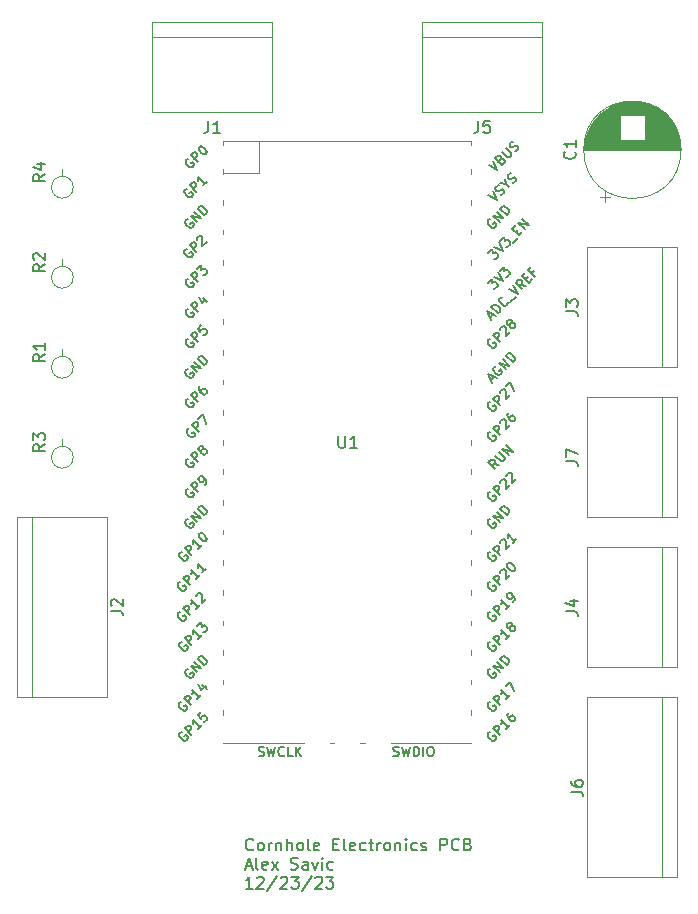
<source format=gbr>
%TF.GenerationSoftware,KiCad,Pcbnew,7.0.6-0*%
%TF.CreationDate,2023-12-23T18:42:55-05:00*%
%TF.ProjectId,Cornhole Wiring,436f726e-686f-46c6-9520-576972696e67,rev?*%
%TF.SameCoordinates,Original*%
%TF.FileFunction,Legend,Top*%
%TF.FilePolarity,Positive*%
%FSLAX46Y46*%
G04 Gerber Fmt 4.6, Leading zero omitted, Abs format (unit mm)*
G04 Created by KiCad (PCBNEW 7.0.6-0) date 2023-12-23 18:42:55*
%MOMM*%
%LPD*%
G01*
G04 APERTURE LIST*
%ADD10C,0.150000*%
%ADD11C,0.120000*%
G04 APERTURE END LIST*
D10*
X82188207Y-119554580D02*
X82140588Y-119602200D01*
X82140588Y-119602200D02*
X81997731Y-119649819D01*
X81997731Y-119649819D02*
X81902493Y-119649819D01*
X81902493Y-119649819D02*
X81759636Y-119602200D01*
X81759636Y-119602200D02*
X81664398Y-119506961D01*
X81664398Y-119506961D02*
X81616779Y-119411723D01*
X81616779Y-119411723D02*
X81569160Y-119221247D01*
X81569160Y-119221247D02*
X81569160Y-119078390D01*
X81569160Y-119078390D02*
X81616779Y-118887914D01*
X81616779Y-118887914D02*
X81664398Y-118792676D01*
X81664398Y-118792676D02*
X81759636Y-118697438D01*
X81759636Y-118697438D02*
X81902493Y-118649819D01*
X81902493Y-118649819D02*
X81997731Y-118649819D01*
X81997731Y-118649819D02*
X82140588Y-118697438D01*
X82140588Y-118697438D02*
X82188207Y-118745057D01*
X82759636Y-119649819D02*
X82664398Y-119602200D01*
X82664398Y-119602200D02*
X82616779Y-119554580D01*
X82616779Y-119554580D02*
X82569160Y-119459342D01*
X82569160Y-119459342D02*
X82569160Y-119173628D01*
X82569160Y-119173628D02*
X82616779Y-119078390D01*
X82616779Y-119078390D02*
X82664398Y-119030771D01*
X82664398Y-119030771D02*
X82759636Y-118983152D01*
X82759636Y-118983152D02*
X82902493Y-118983152D01*
X82902493Y-118983152D02*
X82997731Y-119030771D01*
X82997731Y-119030771D02*
X83045350Y-119078390D01*
X83045350Y-119078390D02*
X83092969Y-119173628D01*
X83092969Y-119173628D02*
X83092969Y-119459342D01*
X83092969Y-119459342D02*
X83045350Y-119554580D01*
X83045350Y-119554580D02*
X82997731Y-119602200D01*
X82997731Y-119602200D02*
X82902493Y-119649819D01*
X82902493Y-119649819D02*
X82759636Y-119649819D01*
X83521541Y-119649819D02*
X83521541Y-118983152D01*
X83521541Y-119173628D02*
X83569160Y-119078390D01*
X83569160Y-119078390D02*
X83616779Y-119030771D01*
X83616779Y-119030771D02*
X83712017Y-118983152D01*
X83712017Y-118983152D02*
X83807255Y-118983152D01*
X84140589Y-118983152D02*
X84140589Y-119649819D01*
X84140589Y-119078390D02*
X84188208Y-119030771D01*
X84188208Y-119030771D02*
X84283446Y-118983152D01*
X84283446Y-118983152D02*
X84426303Y-118983152D01*
X84426303Y-118983152D02*
X84521541Y-119030771D01*
X84521541Y-119030771D02*
X84569160Y-119126009D01*
X84569160Y-119126009D02*
X84569160Y-119649819D01*
X85045351Y-119649819D02*
X85045351Y-118649819D01*
X85473922Y-119649819D02*
X85473922Y-119126009D01*
X85473922Y-119126009D02*
X85426303Y-119030771D01*
X85426303Y-119030771D02*
X85331065Y-118983152D01*
X85331065Y-118983152D02*
X85188208Y-118983152D01*
X85188208Y-118983152D02*
X85092970Y-119030771D01*
X85092970Y-119030771D02*
X85045351Y-119078390D01*
X86092970Y-119649819D02*
X85997732Y-119602200D01*
X85997732Y-119602200D02*
X85950113Y-119554580D01*
X85950113Y-119554580D02*
X85902494Y-119459342D01*
X85902494Y-119459342D02*
X85902494Y-119173628D01*
X85902494Y-119173628D02*
X85950113Y-119078390D01*
X85950113Y-119078390D02*
X85997732Y-119030771D01*
X85997732Y-119030771D02*
X86092970Y-118983152D01*
X86092970Y-118983152D02*
X86235827Y-118983152D01*
X86235827Y-118983152D02*
X86331065Y-119030771D01*
X86331065Y-119030771D02*
X86378684Y-119078390D01*
X86378684Y-119078390D02*
X86426303Y-119173628D01*
X86426303Y-119173628D02*
X86426303Y-119459342D01*
X86426303Y-119459342D02*
X86378684Y-119554580D01*
X86378684Y-119554580D02*
X86331065Y-119602200D01*
X86331065Y-119602200D02*
X86235827Y-119649819D01*
X86235827Y-119649819D02*
X86092970Y-119649819D01*
X86997732Y-119649819D02*
X86902494Y-119602200D01*
X86902494Y-119602200D02*
X86854875Y-119506961D01*
X86854875Y-119506961D02*
X86854875Y-118649819D01*
X87759637Y-119602200D02*
X87664399Y-119649819D01*
X87664399Y-119649819D02*
X87473923Y-119649819D01*
X87473923Y-119649819D02*
X87378685Y-119602200D01*
X87378685Y-119602200D02*
X87331066Y-119506961D01*
X87331066Y-119506961D02*
X87331066Y-119126009D01*
X87331066Y-119126009D02*
X87378685Y-119030771D01*
X87378685Y-119030771D02*
X87473923Y-118983152D01*
X87473923Y-118983152D02*
X87664399Y-118983152D01*
X87664399Y-118983152D02*
X87759637Y-119030771D01*
X87759637Y-119030771D02*
X87807256Y-119126009D01*
X87807256Y-119126009D02*
X87807256Y-119221247D01*
X87807256Y-119221247D02*
X87331066Y-119316485D01*
X88997733Y-119126009D02*
X89331066Y-119126009D01*
X89473923Y-119649819D02*
X88997733Y-119649819D01*
X88997733Y-119649819D02*
X88997733Y-118649819D01*
X88997733Y-118649819D02*
X89473923Y-118649819D01*
X90045352Y-119649819D02*
X89950114Y-119602200D01*
X89950114Y-119602200D02*
X89902495Y-119506961D01*
X89902495Y-119506961D02*
X89902495Y-118649819D01*
X90807257Y-119602200D02*
X90712019Y-119649819D01*
X90712019Y-119649819D02*
X90521543Y-119649819D01*
X90521543Y-119649819D02*
X90426305Y-119602200D01*
X90426305Y-119602200D02*
X90378686Y-119506961D01*
X90378686Y-119506961D02*
X90378686Y-119126009D01*
X90378686Y-119126009D02*
X90426305Y-119030771D01*
X90426305Y-119030771D02*
X90521543Y-118983152D01*
X90521543Y-118983152D02*
X90712019Y-118983152D01*
X90712019Y-118983152D02*
X90807257Y-119030771D01*
X90807257Y-119030771D02*
X90854876Y-119126009D01*
X90854876Y-119126009D02*
X90854876Y-119221247D01*
X90854876Y-119221247D02*
X90378686Y-119316485D01*
X91712019Y-119602200D02*
X91616781Y-119649819D01*
X91616781Y-119649819D02*
X91426305Y-119649819D01*
X91426305Y-119649819D02*
X91331067Y-119602200D01*
X91331067Y-119602200D02*
X91283448Y-119554580D01*
X91283448Y-119554580D02*
X91235829Y-119459342D01*
X91235829Y-119459342D02*
X91235829Y-119173628D01*
X91235829Y-119173628D02*
X91283448Y-119078390D01*
X91283448Y-119078390D02*
X91331067Y-119030771D01*
X91331067Y-119030771D02*
X91426305Y-118983152D01*
X91426305Y-118983152D02*
X91616781Y-118983152D01*
X91616781Y-118983152D02*
X91712019Y-119030771D01*
X91997734Y-118983152D02*
X92378686Y-118983152D01*
X92140591Y-118649819D02*
X92140591Y-119506961D01*
X92140591Y-119506961D02*
X92188210Y-119602200D01*
X92188210Y-119602200D02*
X92283448Y-119649819D01*
X92283448Y-119649819D02*
X92378686Y-119649819D01*
X92712020Y-119649819D02*
X92712020Y-118983152D01*
X92712020Y-119173628D02*
X92759639Y-119078390D01*
X92759639Y-119078390D02*
X92807258Y-119030771D01*
X92807258Y-119030771D02*
X92902496Y-118983152D01*
X92902496Y-118983152D02*
X92997734Y-118983152D01*
X93473925Y-119649819D02*
X93378687Y-119602200D01*
X93378687Y-119602200D02*
X93331068Y-119554580D01*
X93331068Y-119554580D02*
X93283449Y-119459342D01*
X93283449Y-119459342D02*
X93283449Y-119173628D01*
X93283449Y-119173628D02*
X93331068Y-119078390D01*
X93331068Y-119078390D02*
X93378687Y-119030771D01*
X93378687Y-119030771D02*
X93473925Y-118983152D01*
X93473925Y-118983152D02*
X93616782Y-118983152D01*
X93616782Y-118983152D02*
X93712020Y-119030771D01*
X93712020Y-119030771D02*
X93759639Y-119078390D01*
X93759639Y-119078390D02*
X93807258Y-119173628D01*
X93807258Y-119173628D02*
X93807258Y-119459342D01*
X93807258Y-119459342D02*
X93759639Y-119554580D01*
X93759639Y-119554580D02*
X93712020Y-119602200D01*
X93712020Y-119602200D02*
X93616782Y-119649819D01*
X93616782Y-119649819D02*
X93473925Y-119649819D01*
X94235830Y-118983152D02*
X94235830Y-119649819D01*
X94235830Y-119078390D02*
X94283449Y-119030771D01*
X94283449Y-119030771D02*
X94378687Y-118983152D01*
X94378687Y-118983152D02*
X94521544Y-118983152D01*
X94521544Y-118983152D02*
X94616782Y-119030771D01*
X94616782Y-119030771D02*
X94664401Y-119126009D01*
X94664401Y-119126009D02*
X94664401Y-119649819D01*
X95140592Y-119649819D02*
X95140592Y-118983152D01*
X95140592Y-118649819D02*
X95092973Y-118697438D01*
X95092973Y-118697438D02*
X95140592Y-118745057D01*
X95140592Y-118745057D02*
X95188211Y-118697438D01*
X95188211Y-118697438D02*
X95140592Y-118649819D01*
X95140592Y-118649819D02*
X95140592Y-118745057D01*
X96045353Y-119602200D02*
X95950115Y-119649819D01*
X95950115Y-119649819D02*
X95759639Y-119649819D01*
X95759639Y-119649819D02*
X95664401Y-119602200D01*
X95664401Y-119602200D02*
X95616782Y-119554580D01*
X95616782Y-119554580D02*
X95569163Y-119459342D01*
X95569163Y-119459342D02*
X95569163Y-119173628D01*
X95569163Y-119173628D02*
X95616782Y-119078390D01*
X95616782Y-119078390D02*
X95664401Y-119030771D01*
X95664401Y-119030771D02*
X95759639Y-118983152D01*
X95759639Y-118983152D02*
X95950115Y-118983152D01*
X95950115Y-118983152D02*
X96045353Y-119030771D01*
X96426306Y-119602200D02*
X96521544Y-119649819D01*
X96521544Y-119649819D02*
X96712020Y-119649819D01*
X96712020Y-119649819D02*
X96807258Y-119602200D01*
X96807258Y-119602200D02*
X96854877Y-119506961D01*
X96854877Y-119506961D02*
X96854877Y-119459342D01*
X96854877Y-119459342D02*
X96807258Y-119364104D01*
X96807258Y-119364104D02*
X96712020Y-119316485D01*
X96712020Y-119316485D02*
X96569163Y-119316485D01*
X96569163Y-119316485D02*
X96473925Y-119268866D01*
X96473925Y-119268866D02*
X96426306Y-119173628D01*
X96426306Y-119173628D02*
X96426306Y-119126009D01*
X96426306Y-119126009D02*
X96473925Y-119030771D01*
X96473925Y-119030771D02*
X96569163Y-118983152D01*
X96569163Y-118983152D02*
X96712020Y-118983152D01*
X96712020Y-118983152D02*
X96807258Y-119030771D01*
X98045354Y-119649819D02*
X98045354Y-118649819D01*
X98045354Y-118649819D02*
X98426306Y-118649819D01*
X98426306Y-118649819D02*
X98521544Y-118697438D01*
X98521544Y-118697438D02*
X98569163Y-118745057D01*
X98569163Y-118745057D02*
X98616782Y-118840295D01*
X98616782Y-118840295D02*
X98616782Y-118983152D01*
X98616782Y-118983152D02*
X98569163Y-119078390D01*
X98569163Y-119078390D02*
X98521544Y-119126009D01*
X98521544Y-119126009D02*
X98426306Y-119173628D01*
X98426306Y-119173628D02*
X98045354Y-119173628D01*
X99616782Y-119554580D02*
X99569163Y-119602200D01*
X99569163Y-119602200D02*
X99426306Y-119649819D01*
X99426306Y-119649819D02*
X99331068Y-119649819D01*
X99331068Y-119649819D02*
X99188211Y-119602200D01*
X99188211Y-119602200D02*
X99092973Y-119506961D01*
X99092973Y-119506961D02*
X99045354Y-119411723D01*
X99045354Y-119411723D02*
X98997735Y-119221247D01*
X98997735Y-119221247D02*
X98997735Y-119078390D01*
X98997735Y-119078390D02*
X99045354Y-118887914D01*
X99045354Y-118887914D02*
X99092973Y-118792676D01*
X99092973Y-118792676D02*
X99188211Y-118697438D01*
X99188211Y-118697438D02*
X99331068Y-118649819D01*
X99331068Y-118649819D02*
X99426306Y-118649819D01*
X99426306Y-118649819D02*
X99569163Y-118697438D01*
X99569163Y-118697438D02*
X99616782Y-118745057D01*
X100378687Y-119126009D02*
X100521544Y-119173628D01*
X100521544Y-119173628D02*
X100569163Y-119221247D01*
X100569163Y-119221247D02*
X100616782Y-119316485D01*
X100616782Y-119316485D02*
X100616782Y-119459342D01*
X100616782Y-119459342D02*
X100569163Y-119554580D01*
X100569163Y-119554580D02*
X100521544Y-119602200D01*
X100521544Y-119602200D02*
X100426306Y-119649819D01*
X100426306Y-119649819D02*
X100045354Y-119649819D01*
X100045354Y-119649819D02*
X100045354Y-118649819D01*
X100045354Y-118649819D02*
X100378687Y-118649819D01*
X100378687Y-118649819D02*
X100473925Y-118697438D01*
X100473925Y-118697438D02*
X100521544Y-118745057D01*
X100521544Y-118745057D02*
X100569163Y-118840295D01*
X100569163Y-118840295D02*
X100569163Y-118935533D01*
X100569163Y-118935533D02*
X100521544Y-119030771D01*
X100521544Y-119030771D02*
X100473925Y-119078390D01*
X100473925Y-119078390D02*
X100378687Y-119126009D01*
X100378687Y-119126009D02*
X100045354Y-119126009D01*
X81569160Y-120974104D02*
X82045350Y-120974104D01*
X81473922Y-121259819D02*
X81807255Y-120259819D01*
X81807255Y-120259819D02*
X82140588Y-121259819D01*
X82616779Y-121259819D02*
X82521541Y-121212200D01*
X82521541Y-121212200D02*
X82473922Y-121116961D01*
X82473922Y-121116961D02*
X82473922Y-120259819D01*
X83378684Y-121212200D02*
X83283446Y-121259819D01*
X83283446Y-121259819D02*
X83092970Y-121259819D01*
X83092970Y-121259819D02*
X82997732Y-121212200D01*
X82997732Y-121212200D02*
X82950113Y-121116961D01*
X82950113Y-121116961D02*
X82950113Y-120736009D01*
X82950113Y-120736009D02*
X82997732Y-120640771D01*
X82997732Y-120640771D02*
X83092970Y-120593152D01*
X83092970Y-120593152D02*
X83283446Y-120593152D01*
X83283446Y-120593152D02*
X83378684Y-120640771D01*
X83378684Y-120640771D02*
X83426303Y-120736009D01*
X83426303Y-120736009D02*
X83426303Y-120831247D01*
X83426303Y-120831247D02*
X82950113Y-120926485D01*
X83759637Y-121259819D02*
X84283446Y-120593152D01*
X83759637Y-120593152D02*
X84283446Y-121259819D01*
X85378685Y-121212200D02*
X85521542Y-121259819D01*
X85521542Y-121259819D02*
X85759637Y-121259819D01*
X85759637Y-121259819D02*
X85854875Y-121212200D01*
X85854875Y-121212200D02*
X85902494Y-121164580D01*
X85902494Y-121164580D02*
X85950113Y-121069342D01*
X85950113Y-121069342D02*
X85950113Y-120974104D01*
X85950113Y-120974104D02*
X85902494Y-120878866D01*
X85902494Y-120878866D02*
X85854875Y-120831247D01*
X85854875Y-120831247D02*
X85759637Y-120783628D01*
X85759637Y-120783628D02*
X85569161Y-120736009D01*
X85569161Y-120736009D02*
X85473923Y-120688390D01*
X85473923Y-120688390D02*
X85426304Y-120640771D01*
X85426304Y-120640771D02*
X85378685Y-120545533D01*
X85378685Y-120545533D02*
X85378685Y-120450295D01*
X85378685Y-120450295D02*
X85426304Y-120355057D01*
X85426304Y-120355057D02*
X85473923Y-120307438D01*
X85473923Y-120307438D02*
X85569161Y-120259819D01*
X85569161Y-120259819D02*
X85807256Y-120259819D01*
X85807256Y-120259819D02*
X85950113Y-120307438D01*
X86807256Y-121259819D02*
X86807256Y-120736009D01*
X86807256Y-120736009D02*
X86759637Y-120640771D01*
X86759637Y-120640771D02*
X86664399Y-120593152D01*
X86664399Y-120593152D02*
X86473923Y-120593152D01*
X86473923Y-120593152D02*
X86378685Y-120640771D01*
X86807256Y-121212200D02*
X86712018Y-121259819D01*
X86712018Y-121259819D02*
X86473923Y-121259819D01*
X86473923Y-121259819D02*
X86378685Y-121212200D01*
X86378685Y-121212200D02*
X86331066Y-121116961D01*
X86331066Y-121116961D02*
X86331066Y-121021723D01*
X86331066Y-121021723D02*
X86378685Y-120926485D01*
X86378685Y-120926485D02*
X86473923Y-120878866D01*
X86473923Y-120878866D02*
X86712018Y-120878866D01*
X86712018Y-120878866D02*
X86807256Y-120831247D01*
X87188209Y-120593152D02*
X87426304Y-121259819D01*
X87426304Y-121259819D02*
X87664399Y-120593152D01*
X88045352Y-121259819D02*
X88045352Y-120593152D01*
X88045352Y-120259819D02*
X87997733Y-120307438D01*
X87997733Y-120307438D02*
X88045352Y-120355057D01*
X88045352Y-120355057D02*
X88092971Y-120307438D01*
X88092971Y-120307438D02*
X88045352Y-120259819D01*
X88045352Y-120259819D02*
X88045352Y-120355057D01*
X88950113Y-121212200D02*
X88854875Y-121259819D01*
X88854875Y-121259819D02*
X88664399Y-121259819D01*
X88664399Y-121259819D02*
X88569161Y-121212200D01*
X88569161Y-121212200D02*
X88521542Y-121164580D01*
X88521542Y-121164580D02*
X88473923Y-121069342D01*
X88473923Y-121069342D02*
X88473923Y-120783628D01*
X88473923Y-120783628D02*
X88521542Y-120688390D01*
X88521542Y-120688390D02*
X88569161Y-120640771D01*
X88569161Y-120640771D02*
X88664399Y-120593152D01*
X88664399Y-120593152D02*
X88854875Y-120593152D01*
X88854875Y-120593152D02*
X88950113Y-120640771D01*
X82140588Y-122869819D02*
X81569160Y-122869819D01*
X81854874Y-122869819D02*
X81854874Y-121869819D01*
X81854874Y-121869819D02*
X81759636Y-122012676D01*
X81759636Y-122012676D02*
X81664398Y-122107914D01*
X81664398Y-122107914D02*
X81569160Y-122155533D01*
X82521541Y-121965057D02*
X82569160Y-121917438D01*
X82569160Y-121917438D02*
X82664398Y-121869819D01*
X82664398Y-121869819D02*
X82902493Y-121869819D01*
X82902493Y-121869819D02*
X82997731Y-121917438D01*
X82997731Y-121917438D02*
X83045350Y-121965057D01*
X83045350Y-121965057D02*
X83092969Y-122060295D01*
X83092969Y-122060295D02*
X83092969Y-122155533D01*
X83092969Y-122155533D02*
X83045350Y-122298390D01*
X83045350Y-122298390D02*
X82473922Y-122869819D01*
X82473922Y-122869819D02*
X83092969Y-122869819D01*
X84235826Y-121822200D02*
X83378684Y-123107914D01*
X84521541Y-121965057D02*
X84569160Y-121917438D01*
X84569160Y-121917438D02*
X84664398Y-121869819D01*
X84664398Y-121869819D02*
X84902493Y-121869819D01*
X84902493Y-121869819D02*
X84997731Y-121917438D01*
X84997731Y-121917438D02*
X85045350Y-121965057D01*
X85045350Y-121965057D02*
X85092969Y-122060295D01*
X85092969Y-122060295D02*
X85092969Y-122155533D01*
X85092969Y-122155533D02*
X85045350Y-122298390D01*
X85045350Y-122298390D02*
X84473922Y-122869819D01*
X84473922Y-122869819D02*
X85092969Y-122869819D01*
X85426303Y-121869819D02*
X86045350Y-121869819D01*
X86045350Y-121869819D02*
X85712017Y-122250771D01*
X85712017Y-122250771D02*
X85854874Y-122250771D01*
X85854874Y-122250771D02*
X85950112Y-122298390D01*
X85950112Y-122298390D02*
X85997731Y-122346009D01*
X85997731Y-122346009D02*
X86045350Y-122441247D01*
X86045350Y-122441247D02*
X86045350Y-122679342D01*
X86045350Y-122679342D02*
X85997731Y-122774580D01*
X85997731Y-122774580D02*
X85950112Y-122822200D01*
X85950112Y-122822200D02*
X85854874Y-122869819D01*
X85854874Y-122869819D02*
X85569160Y-122869819D01*
X85569160Y-122869819D02*
X85473922Y-122822200D01*
X85473922Y-122822200D02*
X85426303Y-122774580D01*
X87188207Y-121822200D02*
X86331065Y-123107914D01*
X87473922Y-121965057D02*
X87521541Y-121917438D01*
X87521541Y-121917438D02*
X87616779Y-121869819D01*
X87616779Y-121869819D02*
X87854874Y-121869819D01*
X87854874Y-121869819D02*
X87950112Y-121917438D01*
X87950112Y-121917438D02*
X87997731Y-121965057D01*
X87997731Y-121965057D02*
X88045350Y-122060295D01*
X88045350Y-122060295D02*
X88045350Y-122155533D01*
X88045350Y-122155533D02*
X87997731Y-122298390D01*
X87997731Y-122298390D02*
X87426303Y-122869819D01*
X87426303Y-122869819D02*
X88045350Y-122869819D01*
X88378684Y-121869819D02*
X88997731Y-121869819D01*
X88997731Y-121869819D02*
X88664398Y-122250771D01*
X88664398Y-122250771D02*
X88807255Y-122250771D01*
X88807255Y-122250771D02*
X88902493Y-122298390D01*
X88902493Y-122298390D02*
X88950112Y-122346009D01*
X88950112Y-122346009D02*
X88997731Y-122441247D01*
X88997731Y-122441247D02*
X88997731Y-122679342D01*
X88997731Y-122679342D02*
X88950112Y-122774580D01*
X88950112Y-122774580D02*
X88902493Y-122822200D01*
X88902493Y-122822200D02*
X88807255Y-122869819D01*
X88807255Y-122869819D02*
X88521541Y-122869819D01*
X88521541Y-122869819D02*
X88426303Y-122822200D01*
X88426303Y-122822200D02*
X88378684Y-122774580D01*
X109104819Y-114663333D02*
X109819104Y-114663333D01*
X109819104Y-114663333D02*
X109961961Y-114710952D01*
X109961961Y-114710952D02*
X110057200Y-114806190D01*
X110057200Y-114806190D02*
X110104819Y-114949047D01*
X110104819Y-114949047D02*
X110104819Y-115044285D01*
X109104819Y-113758571D02*
X109104819Y-113949047D01*
X109104819Y-113949047D02*
X109152438Y-114044285D01*
X109152438Y-114044285D02*
X109200057Y-114091904D01*
X109200057Y-114091904D02*
X109342914Y-114187142D01*
X109342914Y-114187142D02*
X109533390Y-114234761D01*
X109533390Y-114234761D02*
X109914342Y-114234761D01*
X109914342Y-114234761D02*
X110009580Y-114187142D01*
X110009580Y-114187142D02*
X110057200Y-114139523D01*
X110057200Y-114139523D02*
X110104819Y-114044285D01*
X110104819Y-114044285D02*
X110104819Y-113853809D01*
X110104819Y-113853809D02*
X110057200Y-113758571D01*
X110057200Y-113758571D02*
X110009580Y-113710952D01*
X110009580Y-113710952D02*
X109914342Y-113663333D01*
X109914342Y-113663333D02*
X109676247Y-113663333D01*
X109676247Y-113663333D02*
X109581009Y-113710952D01*
X109581009Y-113710952D02*
X109533390Y-113758571D01*
X109533390Y-113758571D02*
X109485771Y-113853809D01*
X109485771Y-113853809D02*
X109485771Y-114044285D01*
X109485771Y-114044285D02*
X109533390Y-114139523D01*
X109533390Y-114139523D02*
X109581009Y-114187142D01*
X109581009Y-114187142D02*
X109676247Y-114234761D01*
X78406666Y-57874819D02*
X78406666Y-58589104D01*
X78406666Y-58589104D02*
X78359047Y-58731961D01*
X78359047Y-58731961D02*
X78263809Y-58827200D01*
X78263809Y-58827200D02*
X78120952Y-58874819D01*
X78120952Y-58874819D02*
X78025714Y-58874819D01*
X79406666Y-58874819D02*
X78835238Y-58874819D01*
X79120952Y-58874819D02*
X79120952Y-57874819D01*
X79120952Y-57874819D02*
X79025714Y-58017676D01*
X79025714Y-58017676D02*
X78930476Y-58112914D01*
X78930476Y-58112914D02*
X78835238Y-58160533D01*
X89408095Y-84544819D02*
X89408095Y-85354342D01*
X89408095Y-85354342D02*
X89455714Y-85449580D01*
X89455714Y-85449580D02*
X89503333Y-85497200D01*
X89503333Y-85497200D02*
X89598571Y-85544819D01*
X89598571Y-85544819D02*
X89789047Y-85544819D01*
X89789047Y-85544819D02*
X89884285Y-85497200D01*
X89884285Y-85497200D02*
X89931904Y-85449580D01*
X89931904Y-85449580D02*
X89979523Y-85354342D01*
X89979523Y-85354342D02*
X89979523Y-84544819D01*
X90979523Y-85544819D02*
X90408095Y-85544819D01*
X90693809Y-85544819D02*
X90693809Y-84544819D01*
X90693809Y-84544819D02*
X90598571Y-84687676D01*
X90598571Y-84687676D02*
X90503333Y-84782914D01*
X90503333Y-84782914D02*
X90408095Y-84830533D01*
X76013998Y-96910868D02*
X75933185Y-96937805D01*
X75933185Y-96937805D02*
X75852373Y-97018618D01*
X75852373Y-97018618D02*
X75798498Y-97126367D01*
X75798498Y-97126367D02*
X75798498Y-97234117D01*
X75798498Y-97234117D02*
X75825436Y-97314929D01*
X75825436Y-97314929D02*
X75906248Y-97449616D01*
X75906248Y-97449616D02*
X75987060Y-97530428D01*
X75987060Y-97530428D02*
X76121747Y-97611241D01*
X76121747Y-97611241D02*
X76202560Y-97638178D01*
X76202560Y-97638178D02*
X76310309Y-97638178D01*
X76310309Y-97638178D02*
X76418059Y-97584303D01*
X76418059Y-97584303D02*
X76471934Y-97530428D01*
X76471934Y-97530428D02*
X76525808Y-97422679D01*
X76525808Y-97422679D02*
X76525808Y-97368804D01*
X76525808Y-97368804D02*
X76337247Y-97180242D01*
X76337247Y-97180242D02*
X76229497Y-97287992D01*
X76822120Y-97180242D02*
X76256434Y-96614557D01*
X76256434Y-96614557D02*
X76471934Y-96399057D01*
X76471934Y-96399057D02*
X76552746Y-96372120D01*
X76552746Y-96372120D02*
X76606621Y-96372120D01*
X76606621Y-96372120D02*
X76687433Y-96399057D01*
X76687433Y-96399057D02*
X76768245Y-96479870D01*
X76768245Y-96479870D02*
X76795182Y-96560682D01*
X76795182Y-96560682D02*
X76795182Y-96614557D01*
X76795182Y-96614557D02*
X76768245Y-96695369D01*
X76768245Y-96695369D02*
X76552746Y-96910868D01*
X77684117Y-96318245D02*
X77360868Y-96641494D01*
X77522492Y-96479870D02*
X76956807Y-95914184D01*
X76956807Y-95914184D02*
X76983744Y-96048871D01*
X76983744Y-96048871D02*
X76983744Y-96156621D01*
X76983744Y-96156621D02*
X76956807Y-96237433D01*
X78222865Y-95779497D02*
X77899616Y-96102746D01*
X78061240Y-95941121D02*
X77495555Y-95375436D01*
X77495555Y-95375436D02*
X77522492Y-95510123D01*
X77522492Y-95510123D02*
X77522492Y-95617873D01*
X77522492Y-95617873D02*
X77495555Y-95698685D01*
X102321873Y-79831240D02*
X102591247Y-79561866D01*
X102429623Y-80046739D02*
X102052499Y-79292492D01*
X102052499Y-79292492D02*
X102806746Y-79669615D01*
X102752871Y-78645994D02*
X102672059Y-78672932D01*
X102672059Y-78672932D02*
X102591247Y-78753744D01*
X102591247Y-78753744D02*
X102537372Y-78861494D01*
X102537372Y-78861494D02*
X102537372Y-78969243D01*
X102537372Y-78969243D02*
X102564310Y-79050055D01*
X102564310Y-79050055D02*
X102645122Y-79184742D01*
X102645122Y-79184742D02*
X102725934Y-79265555D01*
X102725934Y-79265555D02*
X102860621Y-79346367D01*
X102860621Y-79346367D02*
X102941433Y-79373304D01*
X102941433Y-79373304D02*
X103049183Y-79373304D01*
X103049183Y-79373304D02*
X103156932Y-79319429D01*
X103156932Y-79319429D02*
X103210807Y-79265555D01*
X103210807Y-79265555D02*
X103264682Y-79157805D01*
X103264682Y-79157805D02*
X103264682Y-79103930D01*
X103264682Y-79103930D02*
X103076120Y-78915368D01*
X103076120Y-78915368D02*
X102968371Y-79023118D01*
X103560993Y-78915368D02*
X102995308Y-78349683D01*
X102995308Y-78349683D02*
X103884242Y-78592120D01*
X103884242Y-78592120D02*
X103318557Y-78026434D01*
X104153616Y-78322746D02*
X103587931Y-77757060D01*
X103587931Y-77757060D02*
X103722618Y-77622373D01*
X103722618Y-77622373D02*
X103830367Y-77568498D01*
X103830367Y-77568498D02*
X103938117Y-77568498D01*
X103938117Y-77568498D02*
X104018929Y-77595436D01*
X104018929Y-77595436D02*
X104153616Y-77676248D01*
X104153616Y-77676248D02*
X104234428Y-77757060D01*
X104234428Y-77757060D02*
X104315241Y-77891747D01*
X104315241Y-77891747D02*
X104342178Y-77972560D01*
X104342178Y-77972560D02*
X104342178Y-78080309D01*
X104342178Y-78080309D02*
X104288303Y-78188059D01*
X104288303Y-78188059D02*
X104153616Y-78322746D01*
X102256435Y-104288431D02*
X102175623Y-104315368D01*
X102175623Y-104315368D02*
X102094811Y-104396180D01*
X102094811Y-104396180D02*
X102040936Y-104503930D01*
X102040936Y-104503930D02*
X102040936Y-104611680D01*
X102040936Y-104611680D02*
X102067873Y-104692492D01*
X102067873Y-104692492D02*
X102148685Y-104827179D01*
X102148685Y-104827179D02*
X102229498Y-104907991D01*
X102229498Y-104907991D02*
X102364185Y-104988803D01*
X102364185Y-104988803D02*
X102444997Y-105015741D01*
X102444997Y-105015741D02*
X102552746Y-105015741D01*
X102552746Y-105015741D02*
X102660496Y-104961866D01*
X102660496Y-104961866D02*
X102714371Y-104907991D01*
X102714371Y-104907991D02*
X102768246Y-104800241D01*
X102768246Y-104800241D02*
X102768246Y-104746367D01*
X102768246Y-104746367D02*
X102579684Y-104557805D01*
X102579684Y-104557805D02*
X102471934Y-104665554D01*
X103064557Y-104557805D02*
X102498872Y-103992119D01*
X102498872Y-103992119D02*
X103387806Y-104234556D01*
X103387806Y-104234556D02*
X102822120Y-103668871D01*
X103657180Y-103965182D02*
X103091494Y-103399497D01*
X103091494Y-103399497D02*
X103226181Y-103264810D01*
X103226181Y-103264810D02*
X103333931Y-103210935D01*
X103333931Y-103210935D02*
X103441680Y-103210935D01*
X103441680Y-103210935D02*
X103522493Y-103237872D01*
X103522493Y-103237872D02*
X103657180Y-103318685D01*
X103657180Y-103318685D02*
X103737992Y-103399497D01*
X103737992Y-103399497D02*
X103818804Y-103534184D01*
X103818804Y-103534184D02*
X103845741Y-103614996D01*
X103845741Y-103614996D02*
X103845741Y-103722746D01*
X103845741Y-103722746D02*
X103791867Y-103830495D01*
X103791867Y-103830495D02*
X103657180Y-103965182D01*
X102123406Y-61617585D02*
X102877653Y-61994709D01*
X102877653Y-61994709D02*
X102500529Y-61240462D01*
X103147027Y-61132712D02*
X103254776Y-61078838D01*
X103254776Y-61078838D02*
X103308651Y-61078838D01*
X103308651Y-61078838D02*
X103389463Y-61105775D01*
X103389463Y-61105775D02*
X103470276Y-61186587D01*
X103470276Y-61186587D02*
X103497213Y-61267399D01*
X103497213Y-61267399D02*
X103497213Y-61321274D01*
X103497213Y-61321274D02*
X103470276Y-61402086D01*
X103470276Y-61402086D02*
X103254776Y-61617586D01*
X103254776Y-61617586D02*
X102689091Y-61051900D01*
X102689091Y-61051900D02*
X102877653Y-60863338D01*
X102877653Y-60863338D02*
X102958465Y-60836401D01*
X102958465Y-60836401D02*
X103012340Y-60836401D01*
X103012340Y-60836401D02*
X103093152Y-60863338D01*
X103093152Y-60863338D02*
X103147027Y-60917213D01*
X103147027Y-60917213D02*
X103173964Y-60998025D01*
X103173964Y-60998025D02*
X103173964Y-61051900D01*
X103173964Y-61051900D02*
X103147027Y-61132712D01*
X103147027Y-61132712D02*
X102958465Y-61321274D01*
X103254776Y-60486215D02*
X103712712Y-60944151D01*
X103712712Y-60944151D02*
X103793524Y-60971088D01*
X103793524Y-60971088D02*
X103847399Y-60971088D01*
X103847399Y-60971088D02*
X103928211Y-60944151D01*
X103928211Y-60944151D02*
X104035961Y-60836401D01*
X104035961Y-60836401D02*
X104062898Y-60755589D01*
X104062898Y-60755589D02*
X104062898Y-60701714D01*
X104062898Y-60701714D02*
X104035961Y-60620902D01*
X104035961Y-60620902D02*
X103578025Y-60162966D01*
X104359210Y-60459277D02*
X104466959Y-60405403D01*
X104466959Y-60405403D02*
X104601646Y-60270716D01*
X104601646Y-60270716D02*
X104628584Y-60189903D01*
X104628584Y-60189903D02*
X104628584Y-60136029D01*
X104628584Y-60136029D02*
X104601646Y-60055216D01*
X104601646Y-60055216D02*
X104547771Y-60001342D01*
X104547771Y-60001342D02*
X104466959Y-59974404D01*
X104466959Y-59974404D02*
X104413084Y-59974404D01*
X104413084Y-59974404D02*
X104332272Y-60001342D01*
X104332272Y-60001342D02*
X104197585Y-60082154D01*
X104197585Y-60082154D02*
X104116773Y-60109091D01*
X104116773Y-60109091D02*
X104062898Y-60109091D01*
X104062898Y-60109091D02*
X103982086Y-60082154D01*
X103982086Y-60082154D02*
X103928211Y-60028279D01*
X103928211Y-60028279D02*
X103901274Y-59947467D01*
X103901274Y-59947467D02*
X103901274Y-59893592D01*
X103901274Y-59893592D02*
X103928211Y-59812780D01*
X103928211Y-59812780D02*
X104062898Y-59678093D01*
X104062898Y-59678093D02*
X104170648Y-59624218D01*
X102256435Y-66188431D02*
X102175623Y-66215368D01*
X102175623Y-66215368D02*
X102094811Y-66296180D01*
X102094811Y-66296180D02*
X102040936Y-66403930D01*
X102040936Y-66403930D02*
X102040936Y-66511680D01*
X102040936Y-66511680D02*
X102067873Y-66592492D01*
X102067873Y-66592492D02*
X102148685Y-66727179D01*
X102148685Y-66727179D02*
X102229498Y-66807991D01*
X102229498Y-66807991D02*
X102364185Y-66888803D01*
X102364185Y-66888803D02*
X102444997Y-66915741D01*
X102444997Y-66915741D02*
X102552746Y-66915741D01*
X102552746Y-66915741D02*
X102660496Y-66861866D01*
X102660496Y-66861866D02*
X102714371Y-66807991D01*
X102714371Y-66807991D02*
X102768246Y-66700241D01*
X102768246Y-66700241D02*
X102768246Y-66646367D01*
X102768246Y-66646367D02*
X102579684Y-66457805D01*
X102579684Y-66457805D02*
X102471934Y-66565554D01*
X103064557Y-66457805D02*
X102498872Y-65892119D01*
X102498872Y-65892119D02*
X103387806Y-66134556D01*
X103387806Y-66134556D02*
X102822120Y-65568871D01*
X103657180Y-65865182D02*
X103091494Y-65299497D01*
X103091494Y-65299497D02*
X103226181Y-65164810D01*
X103226181Y-65164810D02*
X103333931Y-65110935D01*
X103333931Y-65110935D02*
X103441680Y-65110935D01*
X103441680Y-65110935D02*
X103522493Y-65137872D01*
X103522493Y-65137872D02*
X103657180Y-65218685D01*
X103657180Y-65218685D02*
X103737992Y-65299497D01*
X103737992Y-65299497D02*
X103818804Y-65434184D01*
X103818804Y-65434184D02*
X103845741Y-65514996D01*
X103845741Y-65514996D02*
X103845741Y-65622746D01*
X103845741Y-65622746D02*
X103791867Y-65730495D01*
X103791867Y-65730495D02*
X103657180Y-65865182D01*
X76159998Y-101990868D02*
X76079185Y-102017805D01*
X76079185Y-102017805D02*
X75998373Y-102098618D01*
X75998373Y-102098618D02*
X75944498Y-102206367D01*
X75944498Y-102206367D02*
X75944498Y-102314117D01*
X75944498Y-102314117D02*
X75971436Y-102394929D01*
X75971436Y-102394929D02*
X76052248Y-102529616D01*
X76052248Y-102529616D02*
X76133060Y-102610428D01*
X76133060Y-102610428D02*
X76267747Y-102691241D01*
X76267747Y-102691241D02*
X76348560Y-102718178D01*
X76348560Y-102718178D02*
X76456309Y-102718178D01*
X76456309Y-102718178D02*
X76564059Y-102664303D01*
X76564059Y-102664303D02*
X76617934Y-102610428D01*
X76617934Y-102610428D02*
X76671808Y-102502679D01*
X76671808Y-102502679D02*
X76671808Y-102448804D01*
X76671808Y-102448804D02*
X76483247Y-102260242D01*
X76483247Y-102260242D02*
X76375497Y-102367992D01*
X76968120Y-102260242D02*
X76402434Y-101694557D01*
X76402434Y-101694557D02*
X76617934Y-101479057D01*
X76617934Y-101479057D02*
X76698746Y-101452120D01*
X76698746Y-101452120D02*
X76752621Y-101452120D01*
X76752621Y-101452120D02*
X76833433Y-101479057D01*
X76833433Y-101479057D02*
X76914245Y-101559870D01*
X76914245Y-101559870D02*
X76941182Y-101640682D01*
X76941182Y-101640682D02*
X76941182Y-101694557D01*
X76941182Y-101694557D02*
X76914245Y-101775369D01*
X76914245Y-101775369D02*
X76698746Y-101990868D01*
X77830117Y-101398245D02*
X77506868Y-101721494D01*
X77668492Y-101559870D02*
X77102807Y-100994184D01*
X77102807Y-100994184D02*
X77129744Y-101128871D01*
X77129744Y-101128871D02*
X77129744Y-101236621D01*
X77129744Y-101236621D02*
X77102807Y-101317433D01*
X77452993Y-100643998D02*
X77803179Y-100293812D01*
X77803179Y-100293812D02*
X77830117Y-100697873D01*
X77830117Y-100697873D02*
X77910929Y-100617060D01*
X77910929Y-100617060D02*
X77991741Y-100590123D01*
X77991741Y-100590123D02*
X78045616Y-100590123D01*
X78045616Y-100590123D02*
X78126428Y-100617060D01*
X78126428Y-100617060D02*
X78261115Y-100751747D01*
X78261115Y-100751747D02*
X78288053Y-100832560D01*
X78288053Y-100832560D02*
X78288053Y-100886434D01*
X78288053Y-100886434D02*
X78261115Y-100967247D01*
X78261115Y-100967247D02*
X78099491Y-101128871D01*
X78099491Y-101128871D02*
X78018679Y-101155808D01*
X78018679Y-101155808D02*
X77964804Y-101155808D01*
X102255064Y-74534049D02*
X102524438Y-74264675D01*
X102362813Y-74749549D02*
X101985690Y-73995301D01*
X101985690Y-73995301D02*
X102739937Y-74372425D01*
X102928499Y-74183863D02*
X102362813Y-73618178D01*
X102362813Y-73618178D02*
X102497500Y-73483491D01*
X102497500Y-73483491D02*
X102605250Y-73429616D01*
X102605250Y-73429616D02*
X102712999Y-73429616D01*
X102712999Y-73429616D02*
X102793812Y-73456553D01*
X102793812Y-73456553D02*
X102928499Y-73537366D01*
X102928499Y-73537366D02*
X103009311Y-73618178D01*
X103009311Y-73618178D02*
X103090123Y-73752865D01*
X103090123Y-73752865D02*
X103117060Y-73833677D01*
X103117060Y-73833677D02*
X103117060Y-73941427D01*
X103117060Y-73941427D02*
X103063186Y-74049176D01*
X103063186Y-74049176D02*
X102928499Y-74183863D01*
X103763558Y-73241054D02*
X103763558Y-73294929D01*
X103763558Y-73294929D02*
X103709683Y-73402679D01*
X103709683Y-73402679D02*
X103655808Y-73456553D01*
X103655808Y-73456553D02*
X103548059Y-73510428D01*
X103548059Y-73510428D02*
X103440309Y-73510428D01*
X103440309Y-73510428D02*
X103359497Y-73483491D01*
X103359497Y-73483491D02*
X103224810Y-73402679D01*
X103224810Y-73402679D02*
X103143998Y-73321866D01*
X103143998Y-73321866D02*
X103063186Y-73187179D01*
X103063186Y-73187179D02*
X103036248Y-73106367D01*
X103036248Y-73106367D02*
X103036248Y-72998618D01*
X103036248Y-72998618D02*
X103090123Y-72890868D01*
X103090123Y-72890868D02*
X103143998Y-72836993D01*
X103143998Y-72836993D02*
X103251747Y-72783118D01*
X103251747Y-72783118D02*
X103305622Y-72783118D01*
X103979057Y-73241054D02*
X104410056Y-72810056D01*
X103844370Y-72136621D02*
X104598618Y-72513744D01*
X104598618Y-72513744D02*
X104221494Y-71759497D01*
X105298990Y-71813372D02*
X104841054Y-71732560D01*
X104975741Y-72136621D02*
X104410056Y-71570935D01*
X104410056Y-71570935D02*
X104625555Y-71355436D01*
X104625555Y-71355436D02*
X104706367Y-71328499D01*
X104706367Y-71328499D02*
X104760242Y-71328499D01*
X104760242Y-71328499D02*
X104841054Y-71355436D01*
X104841054Y-71355436D02*
X104921866Y-71436248D01*
X104921866Y-71436248D02*
X104948804Y-71517061D01*
X104948804Y-71517061D02*
X104948804Y-71570935D01*
X104948804Y-71570935D02*
X104921866Y-71651748D01*
X104921866Y-71651748D02*
X104706367Y-71867247D01*
X105245115Y-71274624D02*
X105433677Y-71086062D01*
X105810800Y-71301561D02*
X105541426Y-71570935D01*
X105541426Y-71570935D02*
X104975741Y-71005250D01*
X104975741Y-71005250D02*
X105245115Y-70735876D01*
X105945488Y-70574251D02*
X105756926Y-70762813D01*
X106053237Y-71059125D02*
X105487552Y-70493439D01*
X105487552Y-70493439D02*
X105756926Y-70224065D01*
X76683372Y-73781494D02*
X76602560Y-73808431D01*
X76602560Y-73808431D02*
X76521748Y-73889243D01*
X76521748Y-73889243D02*
X76467873Y-73996993D01*
X76467873Y-73996993D02*
X76467873Y-74104742D01*
X76467873Y-74104742D02*
X76494810Y-74185555D01*
X76494810Y-74185555D02*
X76575623Y-74320242D01*
X76575623Y-74320242D02*
X76656435Y-74401054D01*
X76656435Y-74401054D02*
X76791122Y-74481866D01*
X76791122Y-74481866D02*
X76871934Y-74508803D01*
X76871934Y-74508803D02*
X76979684Y-74508803D01*
X76979684Y-74508803D02*
X77087433Y-74454929D01*
X77087433Y-74454929D02*
X77141308Y-74401054D01*
X77141308Y-74401054D02*
X77195183Y-74293304D01*
X77195183Y-74293304D02*
X77195183Y-74239429D01*
X77195183Y-74239429D02*
X77006621Y-74050868D01*
X77006621Y-74050868D02*
X76898871Y-74158617D01*
X77491494Y-74050868D02*
X76925809Y-73485182D01*
X76925809Y-73485182D02*
X77141308Y-73269683D01*
X77141308Y-73269683D02*
X77222120Y-73242746D01*
X77222120Y-73242746D02*
X77275995Y-73242746D01*
X77275995Y-73242746D02*
X77356807Y-73269683D01*
X77356807Y-73269683D02*
X77437619Y-73350495D01*
X77437619Y-73350495D02*
X77464557Y-73431307D01*
X77464557Y-73431307D02*
X77464557Y-73485182D01*
X77464557Y-73485182D02*
X77437619Y-73565994D01*
X77437619Y-73565994D02*
X77222120Y-73781494D01*
X77922493Y-72865622D02*
X78299616Y-73242746D01*
X77572306Y-72784810D02*
X77841680Y-73323558D01*
X77841680Y-73323558D02*
X78191867Y-72973372D01*
X76783372Y-83911494D02*
X76702560Y-83938431D01*
X76702560Y-83938431D02*
X76621748Y-84019243D01*
X76621748Y-84019243D02*
X76567873Y-84126993D01*
X76567873Y-84126993D02*
X76567873Y-84234742D01*
X76567873Y-84234742D02*
X76594810Y-84315555D01*
X76594810Y-84315555D02*
X76675623Y-84450242D01*
X76675623Y-84450242D02*
X76756435Y-84531054D01*
X76756435Y-84531054D02*
X76891122Y-84611866D01*
X76891122Y-84611866D02*
X76971934Y-84638803D01*
X76971934Y-84638803D02*
X77079684Y-84638803D01*
X77079684Y-84638803D02*
X77187433Y-84584929D01*
X77187433Y-84584929D02*
X77241308Y-84531054D01*
X77241308Y-84531054D02*
X77295183Y-84423304D01*
X77295183Y-84423304D02*
X77295183Y-84369429D01*
X77295183Y-84369429D02*
X77106621Y-84180868D01*
X77106621Y-84180868D02*
X76998871Y-84288617D01*
X77591494Y-84180868D02*
X77025809Y-83615182D01*
X77025809Y-83615182D02*
X77241308Y-83399683D01*
X77241308Y-83399683D02*
X77322120Y-83372746D01*
X77322120Y-83372746D02*
X77375995Y-83372746D01*
X77375995Y-83372746D02*
X77456807Y-83399683D01*
X77456807Y-83399683D02*
X77537619Y-83480495D01*
X77537619Y-83480495D02*
X77564557Y-83561307D01*
X77564557Y-83561307D02*
X77564557Y-83615182D01*
X77564557Y-83615182D02*
X77537619Y-83695994D01*
X77537619Y-83695994D02*
X77322120Y-83911494D01*
X77537619Y-83103372D02*
X77914743Y-82726248D01*
X77914743Y-82726248D02*
X78237992Y-83534370D01*
X76159998Y-109610868D02*
X76079185Y-109637805D01*
X76079185Y-109637805D02*
X75998373Y-109718618D01*
X75998373Y-109718618D02*
X75944498Y-109826367D01*
X75944498Y-109826367D02*
X75944498Y-109934117D01*
X75944498Y-109934117D02*
X75971436Y-110014929D01*
X75971436Y-110014929D02*
X76052248Y-110149616D01*
X76052248Y-110149616D02*
X76133060Y-110230428D01*
X76133060Y-110230428D02*
X76267747Y-110311241D01*
X76267747Y-110311241D02*
X76348560Y-110338178D01*
X76348560Y-110338178D02*
X76456309Y-110338178D01*
X76456309Y-110338178D02*
X76564059Y-110284303D01*
X76564059Y-110284303D02*
X76617934Y-110230428D01*
X76617934Y-110230428D02*
X76671808Y-110122679D01*
X76671808Y-110122679D02*
X76671808Y-110068804D01*
X76671808Y-110068804D02*
X76483247Y-109880242D01*
X76483247Y-109880242D02*
X76375497Y-109987992D01*
X76968120Y-109880242D02*
X76402434Y-109314557D01*
X76402434Y-109314557D02*
X76617934Y-109099057D01*
X76617934Y-109099057D02*
X76698746Y-109072120D01*
X76698746Y-109072120D02*
X76752621Y-109072120D01*
X76752621Y-109072120D02*
X76833433Y-109099057D01*
X76833433Y-109099057D02*
X76914245Y-109179870D01*
X76914245Y-109179870D02*
X76941182Y-109260682D01*
X76941182Y-109260682D02*
X76941182Y-109314557D01*
X76941182Y-109314557D02*
X76914245Y-109395369D01*
X76914245Y-109395369D02*
X76698746Y-109610868D01*
X77830117Y-109018245D02*
X77506868Y-109341494D01*
X77668492Y-109179870D02*
X77102807Y-108614184D01*
X77102807Y-108614184D02*
X77129744Y-108748871D01*
X77129744Y-108748871D02*
X77129744Y-108856621D01*
X77129744Y-108856621D02*
X77102807Y-108937433D01*
X77776242Y-107940749D02*
X77506868Y-108210123D01*
X77506868Y-108210123D02*
X77749305Y-108506434D01*
X77749305Y-108506434D02*
X77749305Y-108452560D01*
X77749305Y-108452560D02*
X77776242Y-108371747D01*
X77776242Y-108371747D02*
X77910929Y-108237060D01*
X77910929Y-108237060D02*
X77991741Y-108210123D01*
X77991741Y-108210123D02*
X78045616Y-108210123D01*
X78045616Y-108210123D02*
X78126428Y-108237060D01*
X78126428Y-108237060D02*
X78261115Y-108371747D01*
X78261115Y-108371747D02*
X78288053Y-108452560D01*
X78288053Y-108452560D02*
X78288053Y-108506434D01*
X78288053Y-108506434D02*
X78261115Y-108587247D01*
X78261115Y-108587247D02*
X78126428Y-108721934D01*
X78126428Y-108721934D02*
X78045616Y-108748871D01*
X78045616Y-108748871D02*
X77991741Y-108748871D01*
X102267998Y-107070868D02*
X102187185Y-107097805D01*
X102187185Y-107097805D02*
X102106373Y-107178618D01*
X102106373Y-107178618D02*
X102052498Y-107286367D01*
X102052498Y-107286367D02*
X102052498Y-107394117D01*
X102052498Y-107394117D02*
X102079436Y-107474929D01*
X102079436Y-107474929D02*
X102160248Y-107609616D01*
X102160248Y-107609616D02*
X102241060Y-107690428D01*
X102241060Y-107690428D02*
X102375747Y-107771241D01*
X102375747Y-107771241D02*
X102456560Y-107798178D01*
X102456560Y-107798178D02*
X102564309Y-107798178D01*
X102564309Y-107798178D02*
X102672059Y-107744303D01*
X102672059Y-107744303D02*
X102725934Y-107690428D01*
X102725934Y-107690428D02*
X102779808Y-107582679D01*
X102779808Y-107582679D02*
X102779808Y-107528804D01*
X102779808Y-107528804D02*
X102591247Y-107340242D01*
X102591247Y-107340242D02*
X102483497Y-107447992D01*
X103076120Y-107340242D02*
X102510434Y-106774557D01*
X102510434Y-106774557D02*
X102725934Y-106559057D01*
X102725934Y-106559057D02*
X102806746Y-106532120D01*
X102806746Y-106532120D02*
X102860621Y-106532120D01*
X102860621Y-106532120D02*
X102941433Y-106559057D01*
X102941433Y-106559057D02*
X103022245Y-106639870D01*
X103022245Y-106639870D02*
X103049182Y-106720682D01*
X103049182Y-106720682D02*
X103049182Y-106774557D01*
X103049182Y-106774557D02*
X103022245Y-106855369D01*
X103022245Y-106855369D02*
X102806746Y-107070868D01*
X103938117Y-106478245D02*
X103614868Y-106801494D01*
X103776492Y-106639870D02*
X103210807Y-106074184D01*
X103210807Y-106074184D02*
X103237744Y-106208871D01*
X103237744Y-106208871D02*
X103237744Y-106316621D01*
X103237744Y-106316621D02*
X103210807Y-106397433D01*
X103560993Y-105723998D02*
X103938117Y-105346874D01*
X103938117Y-105346874D02*
X104261366Y-106154996D01*
X102267998Y-84210868D02*
X102187185Y-84237805D01*
X102187185Y-84237805D02*
X102106373Y-84318618D01*
X102106373Y-84318618D02*
X102052498Y-84426367D01*
X102052498Y-84426367D02*
X102052498Y-84534117D01*
X102052498Y-84534117D02*
X102079436Y-84614929D01*
X102079436Y-84614929D02*
X102160248Y-84749616D01*
X102160248Y-84749616D02*
X102241060Y-84830428D01*
X102241060Y-84830428D02*
X102375747Y-84911241D01*
X102375747Y-84911241D02*
X102456560Y-84938178D01*
X102456560Y-84938178D02*
X102564309Y-84938178D01*
X102564309Y-84938178D02*
X102672059Y-84884303D01*
X102672059Y-84884303D02*
X102725934Y-84830428D01*
X102725934Y-84830428D02*
X102779808Y-84722679D01*
X102779808Y-84722679D02*
X102779808Y-84668804D01*
X102779808Y-84668804D02*
X102591247Y-84480242D01*
X102591247Y-84480242D02*
X102483497Y-84587992D01*
X103076120Y-84480242D02*
X102510434Y-83914557D01*
X102510434Y-83914557D02*
X102725934Y-83699057D01*
X102725934Y-83699057D02*
X102806746Y-83672120D01*
X102806746Y-83672120D02*
X102860621Y-83672120D01*
X102860621Y-83672120D02*
X102941433Y-83699057D01*
X102941433Y-83699057D02*
X103022245Y-83779870D01*
X103022245Y-83779870D02*
X103049182Y-83860682D01*
X103049182Y-83860682D02*
X103049182Y-83914557D01*
X103049182Y-83914557D02*
X103022245Y-83995369D01*
X103022245Y-83995369D02*
X102806746Y-84210868D01*
X103103057Y-83429683D02*
X103103057Y-83375809D01*
X103103057Y-83375809D02*
X103129995Y-83294996D01*
X103129995Y-83294996D02*
X103264682Y-83160309D01*
X103264682Y-83160309D02*
X103345494Y-83133372D01*
X103345494Y-83133372D02*
X103399369Y-83133372D01*
X103399369Y-83133372D02*
X103480181Y-83160309D01*
X103480181Y-83160309D02*
X103534056Y-83214184D01*
X103534056Y-83214184D02*
X103587930Y-83321934D01*
X103587930Y-83321934D02*
X103587930Y-83968431D01*
X103587930Y-83968431D02*
X103938117Y-83618245D01*
X103857305Y-82567686D02*
X103749555Y-82675436D01*
X103749555Y-82675436D02*
X103722618Y-82756248D01*
X103722618Y-82756248D02*
X103722618Y-82810123D01*
X103722618Y-82810123D02*
X103749555Y-82944810D01*
X103749555Y-82944810D02*
X103830367Y-83079497D01*
X103830367Y-83079497D02*
X104045866Y-83294996D01*
X104045866Y-83294996D02*
X104126679Y-83321934D01*
X104126679Y-83321934D02*
X104180553Y-83321934D01*
X104180553Y-83321934D02*
X104261366Y-83294996D01*
X104261366Y-83294996D02*
X104369115Y-83187247D01*
X104369115Y-83187247D02*
X104396053Y-83106434D01*
X104396053Y-83106434D02*
X104396053Y-83052560D01*
X104396053Y-83052560D02*
X104369115Y-82971747D01*
X104369115Y-82971747D02*
X104234428Y-82837060D01*
X104234428Y-82837060D02*
X104153616Y-82810123D01*
X104153616Y-82810123D02*
X104099741Y-82810123D01*
X104099741Y-82810123D02*
X104018929Y-82837060D01*
X104018929Y-82837060D02*
X103911179Y-82944810D01*
X103911179Y-82944810D02*
X103884242Y-83025622D01*
X103884242Y-83025622D02*
X103884242Y-83079497D01*
X103884242Y-83079497D02*
X103911179Y-83160309D01*
X82660475Y-111614200D02*
X82774761Y-111652295D01*
X82774761Y-111652295D02*
X82965237Y-111652295D01*
X82965237Y-111652295D02*
X83041428Y-111614200D01*
X83041428Y-111614200D02*
X83079523Y-111576104D01*
X83079523Y-111576104D02*
X83117618Y-111499914D01*
X83117618Y-111499914D02*
X83117618Y-111423723D01*
X83117618Y-111423723D02*
X83079523Y-111347533D01*
X83079523Y-111347533D02*
X83041428Y-111309438D01*
X83041428Y-111309438D02*
X82965237Y-111271342D01*
X82965237Y-111271342D02*
X82812856Y-111233247D01*
X82812856Y-111233247D02*
X82736666Y-111195152D01*
X82736666Y-111195152D02*
X82698571Y-111157057D01*
X82698571Y-111157057D02*
X82660475Y-111080866D01*
X82660475Y-111080866D02*
X82660475Y-111004676D01*
X82660475Y-111004676D02*
X82698571Y-110928485D01*
X82698571Y-110928485D02*
X82736666Y-110890390D01*
X82736666Y-110890390D02*
X82812856Y-110852295D01*
X82812856Y-110852295D02*
X83003333Y-110852295D01*
X83003333Y-110852295D02*
X83117618Y-110890390D01*
X83384285Y-110852295D02*
X83574761Y-111652295D01*
X83574761Y-111652295D02*
X83727142Y-111080866D01*
X83727142Y-111080866D02*
X83879523Y-111652295D01*
X83879523Y-111652295D02*
X84070000Y-110852295D01*
X84831905Y-111576104D02*
X84793809Y-111614200D01*
X84793809Y-111614200D02*
X84679524Y-111652295D01*
X84679524Y-111652295D02*
X84603333Y-111652295D01*
X84603333Y-111652295D02*
X84489047Y-111614200D01*
X84489047Y-111614200D02*
X84412857Y-111538009D01*
X84412857Y-111538009D02*
X84374762Y-111461819D01*
X84374762Y-111461819D02*
X84336666Y-111309438D01*
X84336666Y-111309438D02*
X84336666Y-111195152D01*
X84336666Y-111195152D02*
X84374762Y-111042771D01*
X84374762Y-111042771D02*
X84412857Y-110966580D01*
X84412857Y-110966580D02*
X84489047Y-110890390D01*
X84489047Y-110890390D02*
X84603333Y-110852295D01*
X84603333Y-110852295D02*
X84679524Y-110852295D01*
X84679524Y-110852295D02*
X84793809Y-110890390D01*
X84793809Y-110890390D02*
X84831905Y-110928485D01*
X85555714Y-111652295D02*
X85174762Y-111652295D01*
X85174762Y-111652295D02*
X85174762Y-110852295D01*
X85822381Y-111652295D02*
X85822381Y-110852295D01*
X86279524Y-111652295D02*
X85936666Y-111195152D01*
X86279524Y-110852295D02*
X85822381Y-111309438D01*
X102092407Y-69048584D02*
X102442593Y-68698398D01*
X102442593Y-68698398D02*
X102469531Y-69102459D01*
X102469531Y-69102459D02*
X102550343Y-69021646D01*
X102550343Y-69021646D02*
X102631155Y-68994709D01*
X102631155Y-68994709D02*
X102685030Y-68994709D01*
X102685030Y-68994709D02*
X102765842Y-69021646D01*
X102765842Y-69021646D02*
X102900529Y-69156333D01*
X102900529Y-69156333D02*
X102927467Y-69237146D01*
X102927467Y-69237146D02*
X102927467Y-69291020D01*
X102927467Y-69291020D02*
X102900529Y-69371833D01*
X102900529Y-69371833D02*
X102738905Y-69533457D01*
X102738905Y-69533457D02*
X102658093Y-69560394D01*
X102658093Y-69560394D02*
X102604218Y-69560394D01*
X102604218Y-68536773D02*
X103358465Y-68913897D01*
X103358465Y-68913897D02*
X102981342Y-68159649D01*
X103116028Y-68024963D02*
X103466215Y-67674776D01*
X103466215Y-67674776D02*
X103493152Y-68078837D01*
X103493152Y-68078837D02*
X103573964Y-67998025D01*
X103573964Y-67998025D02*
X103654776Y-67971088D01*
X103654776Y-67971088D02*
X103708651Y-67971088D01*
X103708651Y-67971088D02*
X103789464Y-67998025D01*
X103789464Y-67998025D02*
X103924151Y-68132712D01*
X103924151Y-68132712D02*
X103951088Y-68213524D01*
X103951088Y-68213524D02*
X103951088Y-68267399D01*
X103951088Y-68267399D02*
X103924151Y-68348211D01*
X103924151Y-68348211D02*
X103762526Y-68509836D01*
X103762526Y-68509836D02*
X103681714Y-68536773D01*
X103681714Y-68536773D02*
X103627839Y-68536773D01*
X104193525Y-68186587D02*
X104624523Y-67755588D01*
X104409024Y-67270715D02*
X104597586Y-67082153D01*
X104974709Y-67297652D02*
X104705335Y-67567026D01*
X104705335Y-67567026D02*
X104139650Y-67001341D01*
X104139650Y-67001341D02*
X104409024Y-66731967D01*
X105217146Y-67055215D02*
X104651461Y-66489530D01*
X104651461Y-66489530D02*
X105540395Y-66731967D01*
X105540395Y-66731967D02*
X104974710Y-66166281D01*
X102060123Y-71580868D02*
X102410309Y-71230682D01*
X102410309Y-71230682D02*
X102437247Y-71634743D01*
X102437247Y-71634743D02*
X102518059Y-71553931D01*
X102518059Y-71553931D02*
X102598871Y-71526993D01*
X102598871Y-71526993D02*
X102652746Y-71526993D01*
X102652746Y-71526993D02*
X102733558Y-71553931D01*
X102733558Y-71553931D02*
X102868245Y-71688618D01*
X102868245Y-71688618D02*
X102895182Y-71769430D01*
X102895182Y-71769430D02*
X102895182Y-71823305D01*
X102895182Y-71823305D02*
X102868245Y-71904117D01*
X102868245Y-71904117D02*
X102706621Y-72065741D01*
X102706621Y-72065741D02*
X102625808Y-72092679D01*
X102625808Y-72092679D02*
X102571934Y-72092679D01*
X102571934Y-71069057D02*
X103326181Y-71446181D01*
X103326181Y-71446181D02*
X102949057Y-70691934D01*
X103083744Y-70557247D02*
X103433930Y-70207061D01*
X103433930Y-70207061D02*
X103460868Y-70611122D01*
X103460868Y-70611122D02*
X103541680Y-70530309D01*
X103541680Y-70530309D02*
X103622492Y-70503372D01*
X103622492Y-70503372D02*
X103676367Y-70503372D01*
X103676367Y-70503372D02*
X103757179Y-70530309D01*
X103757179Y-70530309D02*
X103891866Y-70664996D01*
X103891866Y-70664996D02*
X103918804Y-70745809D01*
X103918804Y-70745809D02*
X103918804Y-70799683D01*
X103918804Y-70799683D02*
X103891866Y-70880496D01*
X103891866Y-70880496D02*
X103730242Y-71042120D01*
X103730242Y-71042120D02*
X103649430Y-71069057D01*
X103649430Y-71069057D02*
X103595555Y-71069057D01*
X76683372Y-86481494D02*
X76602560Y-86508431D01*
X76602560Y-86508431D02*
X76521748Y-86589243D01*
X76521748Y-86589243D02*
X76467873Y-86696993D01*
X76467873Y-86696993D02*
X76467873Y-86804742D01*
X76467873Y-86804742D02*
X76494810Y-86885555D01*
X76494810Y-86885555D02*
X76575623Y-87020242D01*
X76575623Y-87020242D02*
X76656435Y-87101054D01*
X76656435Y-87101054D02*
X76791122Y-87181866D01*
X76791122Y-87181866D02*
X76871934Y-87208803D01*
X76871934Y-87208803D02*
X76979684Y-87208803D01*
X76979684Y-87208803D02*
X77087433Y-87154929D01*
X77087433Y-87154929D02*
X77141308Y-87101054D01*
X77141308Y-87101054D02*
X77195183Y-86993304D01*
X77195183Y-86993304D02*
X77195183Y-86939429D01*
X77195183Y-86939429D02*
X77006621Y-86750868D01*
X77006621Y-86750868D02*
X76898871Y-86858617D01*
X77491494Y-86750868D02*
X76925809Y-86185182D01*
X76925809Y-86185182D02*
X77141308Y-85969683D01*
X77141308Y-85969683D02*
X77222120Y-85942746D01*
X77222120Y-85942746D02*
X77275995Y-85942746D01*
X77275995Y-85942746D02*
X77356807Y-85969683D01*
X77356807Y-85969683D02*
X77437619Y-86050495D01*
X77437619Y-86050495D02*
X77464557Y-86131307D01*
X77464557Y-86131307D02*
X77464557Y-86185182D01*
X77464557Y-86185182D02*
X77437619Y-86265994D01*
X77437619Y-86265994D02*
X77222120Y-86481494D01*
X77814743Y-85781121D02*
X77733931Y-85808059D01*
X77733931Y-85808059D02*
X77680056Y-85808059D01*
X77680056Y-85808059D02*
X77599244Y-85781121D01*
X77599244Y-85781121D02*
X77572306Y-85754184D01*
X77572306Y-85754184D02*
X77545369Y-85673372D01*
X77545369Y-85673372D02*
X77545369Y-85619497D01*
X77545369Y-85619497D02*
X77572306Y-85538685D01*
X77572306Y-85538685D02*
X77680056Y-85430935D01*
X77680056Y-85430935D02*
X77760868Y-85403998D01*
X77760868Y-85403998D02*
X77814743Y-85403998D01*
X77814743Y-85403998D02*
X77895555Y-85430935D01*
X77895555Y-85430935D02*
X77922493Y-85457872D01*
X77922493Y-85457872D02*
X77949430Y-85538685D01*
X77949430Y-85538685D02*
X77949430Y-85592559D01*
X77949430Y-85592559D02*
X77922493Y-85673372D01*
X77922493Y-85673372D02*
X77814743Y-85781121D01*
X77814743Y-85781121D02*
X77787806Y-85861933D01*
X77787806Y-85861933D02*
X77787806Y-85915808D01*
X77787806Y-85915808D02*
X77814743Y-85996620D01*
X77814743Y-85996620D02*
X77922493Y-86104370D01*
X77922493Y-86104370D02*
X78003305Y-86131307D01*
X78003305Y-86131307D02*
X78057180Y-86131307D01*
X78057180Y-86131307D02*
X78137992Y-86104370D01*
X78137992Y-86104370D02*
X78245741Y-85996620D01*
X78245741Y-85996620D02*
X78272679Y-85915808D01*
X78272679Y-85915808D02*
X78272679Y-85861933D01*
X78272679Y-85861933D02*
X78245741Y-85781121D01*
X78245741Y-85781121D02*
X78137992Y-85673372D01*
X78137992Y-85673372D02*
X78057180Y-85646434D01*
X78057180Y-85646434D02*
X78003305Y-85646434D01*
X78003305Y-85646434D02*
X77922493Y-85673372D01*
X102267998Y-109610868D02*
X102187185Y-109637805D01*
X102187185Y-109637805D02*
X102106373Y-109718618D01*
X102106373Y-109718618D02*
X102052498Y-109826367D01*
X102052498Y-109826367D02*
X102052498Y-109934117D01*
X102052498Y-109934117D02*
X102079436Y-110014929D01*
X102079436Y-110014929D02*
X102160248Y-110149616D01*
X102160248Y-110149616D02*
X102241060Y-110230428D01*
X102241060Y-110230428D02*
X102375747Y-110311241D01*
X102375747Y-110311241D02*
X102456560Y-110338178D01*
X102456560Y-110338178D02*
X102564309Y-110338178D01*
X102564309Y-110338178D02*
X102672059Y-110284303D01*
X102672059Y-110284303D02*
X102725934Y-110230428D01*
X102725934Y-110230428D02*
X102779808Y-110122679D01*
X102779808Y-110122679D02*
X102779808Y-110068804D01*
X102779808Y-110068804D02*
X102591247Y-109880242D01*
X102591247Y-109880242D02*
X102483497Y-109987992D01*
X103076120Y-109880242D02*
X102510434Y-109314557D01*
X102510434Y-109314557D02*
X102725934Y-109099057D01*
X102725934Y-109099057D02*
X102806746Y-109072120D01*
X102806746Y-109072120D02*
X102860621Y-109072120D01*
X102860621Y-109072120D02*
X102941433Y-109099057D01*
X102941433Y-109099057D02*
X103022245Y-109179870D01*
X103022245Y-109179870D02*
X103049182Y-109260682D01*
X103049182Y-109260682D02*
X103049182Y-109314557D01*
X103049182Y-109314557D02*
X103022245Y-109395369D01*
X103022245Y-109395369D02*
X102806746Y-109610868D01*
X103938117Y-109018245D02*
X103614868Y-109341494D01*
X103776492Y-109179870D02*
X103210807Y-108614184D01*
X103210807Y-108614184D02*
X103237744Y-108748871D01*
X103237744Y-108748871D02*
X103237744Y-108856621D01*
X103237744Y-108856621D02*
X103210807Y-108937433D01*
X103857305Y-107967686D02*
X103749555Y-108075436D01*
X103749555Y-108075436D02*
X103722618Y-108156248D01*
X103722618Y-108156248D02*
X103722618Y-108210123D01*
X103722618Y-108210123D02*
X103749555Y-108344810D01*
X103749555Y-108344810D02*
X103830367Y-108479497D01*
X103830367Y-108479497D02*
X104045866Y-108694996D01*
X104045866Y-108694996D02*
X104126679Y-108721934D01*
X104126679Y-108721934D02*
X104180553Y-108721934D01*
X104180553Y-108721934D02*
X104261366Y-108694996D01*
X104261366Y-108694996D02*
X104369115Y-108587247D01*
X104369115Y-108587247D02*
X104396053Y-108506434D01*
X104396053Y-108506434D02*
X104396053Y-108452560D01*
X104396053Y-108452560D02*
X104369115Y-108371747D01*
X104369115Y-108371747D02*
X104234428Y-108237060D01*
X104234428Y-108237060D02*
X104153616Y-108210123D01*
X104153616Y-108210123D02*
X104099741Y-108210123D01*
X104099741Y-108210123D02*
X104018929Y-108237060D01*
X104018929Y-108237060D02*
X103911179Y-108344810D01*
X103911179Y-108344810D02*
X103884242Y-108425622D01*
X103884242Y-108425622D02*
X103884242Y-108479497D01*
X103884242Y-108479497D02*
X103911179Y-108560309D01*
X102256435Y-91588431D02*
X102175623Y-91615368D01*
X102175623Y-91615368D02*
X102094811Y-91696180D01*
X102094811Y-91696180D02*
X102040936Y-91803930D01*
X102040936Y-91803930D02*
X102040936Y-91911680D01*
X102040936Y-91911680D02*
X102067873Y-91992492D01*
X102067873Y-91992492D02*
X102148685Y-92127179D01*
X102148685Y-92127179D02*
X102229498Y-92207991D01*
X102229498Y-92207991D02*
X102364185Y-92288803D01*
X102364185Y-92288803D02*
X102444997Y-92315741D01*
X102444997Y-92315741D02*
X102552746Y-92315741D01*
X102552746Y-92315741D02*
X102660496Y-92261866D01*
X102660496Y-92261866D02*
X102714371Y-92207991D01*
X102714371Y-92207991D02*
X102768246Y-92100241D01*
X102768246Y-92100241D02*
X102768246Y-92046367D01*
X102768246Y-92046367D02*
X102579684Y-91857805D01*
X102579684Y-91857805D02*
X102471934Y-91965554D01*
X103064557Y-91857805D02*
X102498872Y-91292119D01*
X102498872Y-91292119D02*
X103387806Y-91534556D01*
X103387806Y-91534556D02*
X102822120Y-90968871D01*
X103657180Y-91265182D02*
X103091494Y-90699497D01*
X103091494Y-90699497D02*
X103226181Y-90564810D01*
X103226181Y-90564810D02*
X103333931Y-90510935D01*
X103333931Y-90510935D02*
X103441680Y-90510935D01*
X103441680Y-90510935D02*
X103522493Y-90537872D01*
X103522493Y-90537872D02*
X103657180Y-90618685D01*
X103657180Y-90618685D02*
X103737992Y-90699497D01*
X103737992Y-90699497D02*
X103818804Y-90834184D01*
X103818804Y-90834184D02*
X103845741Y-90914996D01*
X103845741Y-90914996D02*
X103845741Y-91022746D01*
X103845741Y-91022746D02*
X103791867Y-91130495D01*
X103791867Y-91130495D02*
X103657180Y-91265182D01*
X76656435Y-78888431D02*
X76575623Y-78915368D01*
X76575623Y-78915368D02*
X76494811Y-78996180D01*
X76494811Y-78996180D02*
X76440936Y-79103930D01*
X76440936Y-79103930D02*
X76440936Y-79211680D01*
X76440936Y-79211680D02*
X76467873Y-79292492D01*
X76467873Y-79292492D02*
X76548685Y-79427179D01*
X76548685Y-79427179D02*
X76629498Y-79507991D01*
X76629498Y-79507991D02*
X76764185Y-79588803D01*
X76764185Y-79588803D02*
X76844997Y-79615741D01*
X76844997Y-79615741D02*
X76952746Y-79615741D01*
X76952746Y-79615741D02*
X77060496Y-79561866D01*
X77060496Y-79561866D02*
X77114371Y-79507991D01*
X77114371Y-79507991D02*
X77168246Y-79400241D01*
X77168246Y-79400241D02*
X77168246Y-79346367D01*
X77168246Y-79346367D02*
X76979684Y-79157805D01*
X76979684Y-79157805D02*
X76871934Y-79265554D01*
X77464557Y-79157805D02*
X76898872Y-78592119D01*
X76898872Y-78592119D02*
X77787806Y-78834556D01*
X77787806Y-78834556D02*
X77222120Y-78268871D01*
X78057180Y-78565182D02*
X77491494Y-77999497D01*
X77491494Y-77999497D02*
X77626181Y-77864810D01*
X77626181Y-77864810D02*
X77733931Y-77810935D01*
X77733931Y-77810935D02*
X77841680Y-77810935D01*
X77841680Y-77810935D02*
X77922493Y-77837872D01*
X77922493Y-77837872D02*
X78057180Y-77918685D01*
X78057180Y-77918685D02*
X78137992Y-77999497D01*
X78137992Y-77999497D02*
X78218804Y-78134184D01*
X78218804Y-78134184D02*
X78245741Y-78214996D01*
X78245741Y-78214996D02*
X78245741Y-78322746D01*
X78245741Y-78322746D02*
X78191867Y-78430495D01*
X78191867Y-78430495D02*
X78057180Y-78565182D01*
X102267998Y-76336868D02*
X102187185Y-76363805D01*
X102187185Y-76363805D02*
X102106373Y-76444618D01*
X102106373Y-76444618D02*
X102052498Y-76552367D01*
X102052498Y-76552367D02*
X102052498Y-76660117D01*
X102052498Y-76660117D02*
X102079436Y-76740929D01*
X102079436Y-76740929D02*
X102160248Y-76875616D01*
X102160248Y-76875616D02*
X102241060Y-76956428D01*
X102241060Y-76956428D02*
X102375747Y-77037241D01*
X102375747Y-77037241D02*
X102456560Y-77064178D01*
X102456560Y-77064178D02*
X102564309Y-77064178D01*
X102564309Y-77064178D02*
X102672059Y-77010303D01*
X102672059Y-77010303D02*
X102725934Y-76956428D01*
X102725934Y-76956428D02*
X102779808Y-76848679D01*
X102779808Y-76848679D02*
X102779808Y-76794804D01*
X102779808Y-76794804D02*
X102591247Y-76606242D01*
X102591247Y-76606242D02*
X102483497Y-76713992D01*
X103076120Y-76606242D02*
X102510434Y-76040557D01*
X102510434Y-76040557D02*
X102725934Y-75825057D01*
X102725934Y-75825057D02*
X102806746Y-75798120D01*
X102806746Y-75798120D02*
X102860621Y-75798120D01*
X102860621Y-75798120D02*
X102941433Y-75825057D01*
X102941433Y-75825057D02*
X103022245Y-75905870D01*
X103022245Y-75905870D02*
X103049182Y-75986682D01*
X103049182Y-75986682D02*
X103049182Y-76040557D01*
X103049182Y-76040557D02*
X103022245Y-76121369D01*
X103022245Y-76121369D02*
X102806746Y-76336868D01*
X103103057Y-75555683D02*
X103103057Y-75501809D01*
X103103057Y-75501809D02*
X103129995Y-75420996D01*
X103129995Y-75420996D02*
X103264682Y-75286309D01*
X103264682Y-75286309D02*
X103345494Y-75259372D01*
X103345494Y-75259372D02*
X103399369Y-75259372D01*
X103399369Y-75259372D02*
X103480181Y-75286309D01*
X103480181Y-75286309D02*
X103534056Y-75340184D01*
X103534056Y-75340184D02*
X103587930Y-75447934D01*
X103587930Y-75447934D02*
X103587930Y-76094431D01*
X103587930Y-76094431D02*
X103938117Y-75744245D01*
X103938117Y-75097747D02*
X103857305Y-75124685D01*
X103857305Y-75124685D02*
X103803430Y-75124685D01*
X103803430Y-75124685D02*
X103722618Y-75097747D01*
X103722618Y-75097747D02*
X103695680Y-75070810D01*
X103695680Y-75070810D02*
X103668743Y-74989998D01*
X103668743Y-74989998D02*
X103668743Y-74936123D01*
X103668743Y-74936123D02*
X103695680Y-74855311D01*
X103695680Y-74855311D02*
X103803430Y-74747561D01*
X103803430Y-74747561D02*
X103884242Y-74720624D01*
X103884242Y-74720624D02*
X103938117Y-74720624D01*
X103938117Y-74720624D02*
X104018929Y-74747561D01*
X104018929Y-74747561D02*
X104045866Y-74774499D01*
X104045866Y-74774499D02*
X104072804Y-74855311D01*
X104072804Y-74855311D02*
X104072804Y-74909186D01*
X104072804Y-74909186D02*
X104045866Y-74989998D01*
X104045866Y-74989998D02*
X103938117Y-75097747D01*
X103938117Y-75097747D02*
X103911179Y-75178560D01*
X103911179Y-75178560D02*
X103911179Y-75232434D01*
X103911179Y-75232434D02*
X103938117Y-75313247D01*
X103938117Y-75313247D02*
X104045866Y-75420996D01*
X104045866Y-75420996D02*
X104126679Y-75447934D01*
X104126679Y-75447934D02*
X104180553Y-75447934D01*
X104180553Y-75447934D02*
X104261366Y-75420996D01*
X104261366Y-75420996D02*
X104369115Y-75313247D01*
X104369115Y-75313247D02*
X104396053Y-75232434D01*
X104396053Y-75232434D02*
X104396053Y-75178560D01*
X104396053Y-75178560D02*
X104369115Y-75097747D01*
X104369115Y-75097747D02*
X104261366Y-74989998D01*
X104261366Y-74989998D02*
X104180553Y-74963060D01*
X104180553Y-74963060D02*
X104126679Y-74963060D01*
X104126679Y-74963060D02*
X104045866Y-74989998D01*
X76683372Y-89021494D02*
X76602560Y-89048431D01*
X76602560Y-89048431D02*
X76521748Y-89129243D01*
X76521748Y-89129243D02*
X76467873Y-89236993D01*
X76467873Y-89236993D02*
X76467873Y-89344742D01*
X76467873Y-89344742D02*
X76494810Y-89425555D01*
X76494810Y-89425555D02*
X76575623Y-89560242D01*
X76575623Y-89560242D02*
X76656435Y-89641054D01*
X76656435Y-89641054D02*
X76791122Y-89721866D01*
X76791122Y-89721866D02*
X76871934Y-89748803D01*
X76871934Y-89748803D02*
X76979684Y-89748803D01*
X76979684Y-89748803D02*
X77087433Y-89694929D01*
X77087433Y-89694929D02*
X77141308Y-89641054D01*
X77141308Y-89641054D02*
X77195183Y-89533304D01*
X77195183Y-89533304D02*
X77195183Y-89479429D01*
X77195183Y-89479429D02*
X77006621Y-89290868D01*
X77006621Y-89290868D02*
X76898871Y-89398617D01*
X77491494Y-89290868D02*
X76925809Y-88725182D01*
X76925809Y-88725182D02*
X77141308Y-88509683D01*
X77141308Y-88509683D02*
X77222120Y-88482746D01*
X77222120Y-88482746D02*
X77275995Y-88482746D01*
X77275995Y-88482746D02*
X77356807Y-88509683D01*
X77356807Y-88509683D02*
X77437619Y-88590495D01*
X77437619Y-88590495D02*
X77464557Y-88671307D01*
X77464557Y-88671307D02*
X77464557Y-88725182D01*
X77464557Y-88725182D02*
X77437619Y-88805994D01*
X77437619Y-88805994D02*
X77222120Y-89021494D01*
X78084117Y-88698245D02*
X78191867Y-88590495D01*
X78191867Y-88590495D02*
X78218804Y-88509683D01*
X78218804Y-88509683D02*
X78218804Y-88455808D01*
X78218804Y-88455808D02*
X78191867Y-88321121D01*
X78191867Y-88321121D02*
X78111054Y-88186434D01*
X78111054Y-88186434D02*
X77895555Y-87970935D01*
X77895555Y-87970935D02*
X77814743Y-87943998D01*
X77814743Y-87943998D02*
X77760868Y-87943998D01*
X77760868Y-87943998D02*
X77680056Y-87970935D01*
X77680056Y-87970935D02*
X77572306Y-88078685D01*
X77572306Y-88078685D02*
X77545369Y-88159497D01*
X77545369Y-88159497D02*
X77545369Y-88213372D01*
X77545369Y-88213372D02*
X77572306Y-88294184D01*
X77572306Y-88294184D02*
X77706993Y-88428871D01*
X77706993Y-88428871D02*
X77787806Y-88455808D01*
X77787806Y-88455808D02*
X77841680Y-88455808D01*
X77841680Y-88455808D02*
X77922493Y-88428871D01*
X77922493Y-88428871D02*
X78030242Y-88321121D01*
X78030242Y-88321121D02*
X78057180Y-88240309D01*
X78057180Y-88240309D02*
X78057180Y-88186434D01*
X78057180Y-88186434D02*
X78030242Y-88105622D01*
X94074761Y-111614200D02*
X94189047Y-111652295D01*
X94189047Y-111652295D02*
X94379523Y-111652295D01*
X94379523Y-111652295D02*
X94455714Y-111614200D01*
X94455714Y-111614200D02*
X94493809Y-111576104D01*
X94493809Y-111576104D02*
X94531904Y-111499914D01*
X94531904Y-111499914D02*
X94531904Y-111423723D01*
X94531904Y-111423723D02*
X94493809Y-111347533D01*
X94493809Y-111347533D02*
X94455714Y-111309438D01*
X94455714Y-111309438D02*
X94379523Y-111271342D01*
X94379523Y-111271342D02*
X94227142Y-111233247D01*
X94227142Y-111233247D02*
X94150952Y-111195152D01*
X94150952Y-111195152D02*
X94112857Y-111157057D01*
X94112857Y-111157057D02*
X94074761Y-111080866D01*
X94074761Y-111080866D02*
X94074761Y-111004676D01*
X94074761Y-111004676D02*
X94112857Y-110928485D01*
X94112857Y-110928485D02*
X94150952Y-110890390D01*
X94150952Y-110890390D02*
X94227142Y-110852295D01*
X94227142Y-110852295D02*
X94417619Y-110852295D01*
X94417619Y-110852295D02*
X94531904Y-110890390D01*
X94798571Y-110852295D02*
X94989047Y-111652295D01*
X94989047Y-111652295D02*
X95141428Y-111080866D01*
X95141428Y-111080866D02*
X95293809Y-111652295D01*
X95293809Y-111652295D02*
X95484286Y-110852295D01*
X95789048Y-111652295D02*
X95789048Y-110852295D01*
X95789048Y-110852295D02*
X95979524Y-110852295D01*
X95979524Y-110852295D02*
X96093810Y-110890390D01*
X96093810Y-110890390D02*
X96170000Y-110966580D01*
X96170000Y-110966580D02*
X96208095Y-111042771D01*
X96208095Y-111042771D02*
X96246191Y-111195152D01*
X96246191Y-111195152D02*
X96246191Y-111309438D01*
X96246191Y-111309438D02*
X96208095Y-111461819D01*
X96208095Y-111461819D02*
X96170000Y-111538009D01*
X96170000Y-111538009D02*
X96093810Y-111614200D01*
X96093810Y-111614200D02*
X95979524Y-111652295D01*
X95979524Y-111652295D02*
X95789048Y-111652295D01*
X96589048Y-111652295D02*
X96589048Y-110852295D01*
X97122381Y-110852295D02*
X97274762Y-110852295D01*
X97274762Y-110852295D02*
X97350952Y-110890390D01*
X97350952Y-110890390D02*
X97427143Y-110966580D01*
X97427143Y-110966580D02*
X97465238Y-111118961D01*
X97465238Y-111118961D02*
X97465238Y-111385628D01*
X97465238Y-111385628D02*
X97427143Y-111538009D01*
X97427143Y-111538009D02*
X97350952Y-111614200D01*
X97350952Y-111614200D02*
X97274762Y-111652295D01*
X97274762Y-111652295D02*
X97122381Y-111652295D01*
X97122381Y-111652295D02*
X97046190Y-111614200D01*
X97046190Y-111614200D02*
X96970000Y-111538009D01*
X96970000Y-111538009D02*
X96931904Y-111385628D01*
X96931904Y-111385628D02*
X96931904Y-111118961D01*
X96931904Y-111118961D02*
X96970000Y-110966580D01*
X96970000Y-110966580D02*
X97046190Y-110890390D01*
X97046190Y-110890390D02*
X97122381Y-110852295D01*
X76683372Y-76321494D02*
X76602560Y-76348431D01*
X76602560Y-76348431D02*
X76521748Y-76429243D01*
X76521748Y-76429243D02*
X76467873Y-76536993D01*
X76467873Y-76536993D02*
X76467873Y-76644742D01*
X76467873Y-76644742D02*
X76494810Y-76725555D01*
X76494810Y-76725555D02*
X76575623Y-76860242D01*
X76575623Y-76860242D02*
X76656435Y-76941054D01*
X76656435Y-76941054D02*
X76791122Y-77021866D01*
X76791122Y-77021866D02*
X76871934Y-77048803D01*
X76871934Y-77048803D02*
X76979684Y-77048803D01*
X76979684Y-77048803D02*
X77087433Y-76994929D01*
X77087433Y-76994929D02*
X77141308Y-76941054D01*
X77141308Y-76941054D02*
X77195183Y-76833304D01*
X77195183Y-76833304D02*
X77195183Y-76779429D01*
X77195183Y-76779429D02*
X77006621Y-76590868D01*
X77006621Y-76590868D02*
X76898871Y-76698617D01*
X77491494Y-76590868D02*
X76925809Y-76025182D01*
X76925809Y-76025182D02*
X77141308Y-75809683D01*
X77141308Y-75809683D02*
X77222120Y-75782746D01*
X77222120Y-75782746D02*
X77275995Y-75782746D01*
X77275995Y-75782746D02*
X77356807Y-75809683D01*
X77356807Y-75809683D02*
X77437619Y-75890495D01*
X77437619Y-75890495D02*
X77464557Y-75971307D01*
X77464557Y-75971307D02*
X77464557Y-76025182D01*
X77464557Y-76025182D02*
X77437619Y-76105994D01*
X77437619Y-76105994D02*
X77222120Y-76321494D01*
X77760868Y-75190123D02*
X77491494Y-75459497D01*
X77491494Y-75459497D02*
X77733931Y-75755808D01*
X77733931Y-75755808D02*
X77733931Y-75701933D01*
X77733931Y-75701933D02*
X77760868Y-75621121D01*
X77760868Y-75621121D02*
X77895555Y-75486434D01*
X77895555Y-75486434D02*
X77976367Y-75459497D01*
X77976367Y-75459497D02*
X78030242Y-75459497D01*
X78030242Y-75459497D02*
X78111054Y-75486434D01*
X78111054Y-75486434D02*
X78245741Y-75621121D01*
X78245741Y-75621121D02*
X78272679Y-75701933D01*
X78272679Y-75701933D02*
X78272679Y-75755808D01*
X78272679Y-75755808D02*
X78245741Y-75836620D01*
X78245741Y-75836620D02*
X78111054Y-75971307D01*
X78111054Y-75971307D02*
X78030242Y-75998245D01*
X78030242Y-75998245D02*
X77976367Y-75998245D01*
X76683372Y-61081494D02*
X76602560Y-61108431D01*
X76602560Y-61108431D02*
X76521748Y-61189243D01*
X76521748Y-61189243D02*
X76467873Y-61296993D01*
X76467873Y-61296993D02*
X76467873Y-61404742D01*
X76467873Y-61404742D02*
X76494810Y-61485555D01*
X76494810Y-61485555D02*
X76575623Y-61620242D01*
X76575623Y-61620242D02*
X76656435Y-61701054D01*
X76656435Y-61701054D02*
X76791122Y-61781866D01*
X76791122Y-61781866D02*
X76871934Y-61808803D01*
X76871934Y-61808803D02*
X76979684Y-61808803D01*
X76979684Y-61808803D02*
X77087433Y-61754929D01*
X77087433Y-61754929D02*
X77141308Y-61701054D01*
X77141308Y-61701054D02*
X77195183Y-61593304D01*
X77195183Y-61593304D02*
X77195183Y-61539429D01*
X77195183Y-61539429D02*
X77006621Y-61350868D01*
X77006621Y-61350868D02*
X76898871Y-61458617D01*
X77491494Y-61350868D02*
X76925809Y-60785182D01*
X76925809Y-60785182D02*
X77141308Y-60569683D01*
X77141308Y-60569683D02*
X77222120Y-60542746D01*
X77222120Y-60542746D02*
X77275995Y-60542746D01*
X77275995Y-60542746D02*
X77356807Y-60569683D01*
X77356807Y-60569683D02*
X77437619Y-60650495D01*
X77437619Y-60650495D02*
X77464557Y-60731307D01*
X77464557Y-60731307D02*
X77464557Y-60785182D01*
X77464557Y-60785182D02*
X77437619Y-60865994D01*
X77437619Y-60865994D02*
X77222120Y-61081494D01*
X77599244Y-60111747D02*
X77653119Y-60057872D01*
X77653119Y-60057872D02*
X77733931Y-60030935D01*
X77733931Y-60030935D02*
X77787806Y-60030935D01*
X77787806Y-60030935D02*
X77868618Y-60057872D01*
X77868618Y-60057872D02*
X78003305Y-60138685D01*
X78003305Y-60138685D02*
X78137992Y-60273372D01*
X78137992Y-60273372D02*
X78218804Y-60408059D01*
X78218804Y-60408059D02*
X78245741Y-60488871D01*
X78245741Y-60488871D02*
X78245741Y-60542746D01*
X78245741Y-60542746D02*
X78218804Y-60623558D01*
X78218804Y-60623558D02*
X78164929Y-60677433D01*
X78164929Y-60677433D02*
X78084117Y-60704370D01*
X78084117Y-60704370D02*
X78030242Y-60704370D01*
X78030242Y-60704370D02*
X77949430Y-60677433D01*
X77949430Y-60677433D02*
X77814743Y-60596620D01*
X77814743Y-60596620D02*
X77680056Y-60461933D01*
X77680056Y-60461933D02*
X77599244Y-60327246D01*
X77599244Y-60327246D02*
X77572306Y-60246434D01*
X77572306Y-60246434D02*
X77572306Y-60192559D01*
X77572306Y-60192559D02*
X77599244Y-60111747D01*
X76683372Y-71241494D02*
X76602560Y-71268431D01*
X76602560Y-71268431D02*
X76521748Y-71349243D01*
X76521748Y-71349243D02*
X76467873Y-71456993D01*
X76467873Y-71456993D02*
X76467873Y-71564742D01*
X76467873Y-71564742D02*
X76494810Y-71645555D01*
X76494810Y-71645555D02*
X76575623Y-71780242D01*
X76575623Y-71780242D02*
X76656435Y-71861054D01*
X76656435Y-71861054D02*
X76791122Y-71941866D01*
X76791122Y-71941866D02*
X76871934Y-71968803D01*
X76871934Y-71968803D02*
X76979684Y-71968803D01*
X76979684Y-71968803D02*
X77087433Y-71914929D01*
X77087433Y-71914929D02*
X77141308Y-71861054D01*
X77141308Y-71861054D02*
X77195183Y-71753304D01*
X77195183Y-71753304D02*
X77195183Y-71699429D01*
X77195183Y-71699429D02*
X77006621Y-71510868D01*
X77006621Y-71510868D02*
X76898871Y-71618617D01*
X77491494Y-71510868D02*
X76925809Y-70945182D01*
X76925809Y-70945182D02*
X77141308Y-70729683D01*
X77141308Y-70729683D02*
X77222120Y-70702746D01*
X77222120Y-70702746D02*
X77275995Y-70702746D01*
X77275995Y-70702746D02*
X77356807Y-70729683D01*
X77356807Y-70729683D02*
X77437619Y-70810495D01*
X77437619Y-70810495D02*
X77464557Y-70891307D01*
X77464557Y-70891307D02*
X77464557Y-70945182D01*
X77464557Y-70945182D02*
X77437619Y-71025994D01*
X77437619Y-71025994D02*
X77222120Y-71241494D01*
X77437619Y-70433372D02*
X77787806Y-70083185D01*
X77787806Y-70083185D02*
X77814743Y-70487246D01*
X77814743Y-70487246D02*
X77895555Y-70406434D01*
X77895555Y-70406434D02*
X77976367Y-70379497D01*
X77976367Y-70379497D02*
X78030242Y-70379497D01*
X78030242Y-70379497D02*
X78111054Y-70406434D01*
X78111054Y-70406434D02*
X78245741Y-70541121D01*
X78245741Y-70541121D02*
X78272679Y-70621933D01*
X78272679Y-70621933D02*
X78272679Y-70675808D01*
X78272679Y-70675808D02*
X78245741Y-70756620D01*
X78245741Y-70756620D02*
X78084117Y-70918245D01*
X78084117Y-70918245D02*
X78003305Y-70945182D01*
X78003305Y-70945182D02*
X77949430Y-70945182D01*
X76656435Y-104288431D02*
X76575623Y-104315368D01*
X76575623Y-104315368D02*
X76494811Y-104396180D01*
X76494811Y-104396180D02*
X76440936Y-104503930D01*
X76440936Y-104503930D02*
X76440936Y-104611680D01*
X76440936Y-104611680D02*
X76467873Y-104692492D01*
X76467873Y-104692492D02*
X76548685Y-104827179D01*
X76548685Y-104827179D02*
X76629498Y-104907991D01*
X76629498Y-104907991D02*
X76764185Y-104988803D01*
X76764185Y-104988803D02*
X76844997Y-105015741D01*
X76844997Y-105015741D02*
X76952746Y-105015741D01*
X76952746Y-105015741D02*
X77060496Y-104961866D01*
X77060496Y-104961866D02*
X77114371Y-104907991D01*
X77114371Y-104907991D02*
X77168246Y-104800241D01*
X77168246Y-104800241D02*
X77168246Y-104746367D01*
X77168246Y-104746367D02*
X76979684Y-104557805D01*
X76979684Y-104557805D02*
X76871934Y-104665554D01*
X77464557Y-104557805D02*
X76898872Y-103992119D01*
X76898872Y-103992119D02*
X77787806Y-104234556D01*
X77787806Y-104234556D02*
X77222120Y-103668871D01*
X78057180Y-103965182D02*
X77491494Y-103399497D01*
X77491494Y-103399497D02*
X77626181Y-103264810D01*
X77626181Y-103264810D02*
X77733931Y-103210935D01*
X77733931Y-103210935D02*
X77841680Y-103210935D01*
X77841680Y-103210935D02*
X77922493Y-103237872D01*
X77922493Y-103237872D02*
X78057180Y-103318685D01*
X78057180Y-103318685D02*
X78137992Y-103399497D01*
X78137992Y-103399497D02*
X78218804Y-103534184D01*
X78218804Y-103534184D02*
X78245741Y-103614996D01*
X78245741Y-103614996D02*
X78245741Y-103722746D01*
X78245741Y-103722746D02*
X78191867Y-103830495D01*
X78191867Y-103830495D02*
X78057180Y-103965182D01*
X76656435Y-66188431D02*
X76575623Y-66215368D01*
X76575623Y-66215368D02*
X76494811Y-66296180D01*
X76494811Y-66296180D02*
X76440936Y-66403930D01*
X76440936Y-66403930D02*
X76440936Y-66511680D01*
X76440936Y-66511680D02*
X76467873Y-66592492D01*
X76467873Y-66592492D02*
X76548685Y-66727179D01*
X76548685Y-66727179D02*
X76629498Y-66807991D01*
X76629498Y-66807991D02*
X76764185Y-66888803D01*
X76764185Y-66888803D02*
X76844997Y-66915741D01*
X76844997Y-66915741D02*
X76952746Y-66915741D01*
X76952746Y-66915741D02*
X77060496Y-66861866D01*
X77060496Y-66861866D02*
X77114371Y-66807991D01*
X77114371Y-66807991D02*
X77168246Y-66700241D01*
X77168246Y-66700241D02*
X77168246Y-66646367D01*
X77168246Y-66646367D02*
X76979684Y-66457805D01*
X76979684Y-66457805D02*
X76871934Y-66565554D01*
X77464557Y-66457805D02*
X76898872Y-65892119D01*
X76898872Y-65892119D02*
X77787806Y-66134556D01*
X77787806Y-66134556D02*
X77222120Y-65568871D01*
X78057180Y-65865182D02*
X77491494Y-65299497D01*
X77491494Y-65299497D02*
X77626181Y-65164810D01*
X77626181Y-65164810D02*
X77733931Y-65110935D01*
X77733931Y-65110935D02*
X77841680Y-65110935D01*
X77841680Y-65110935D02*
X77922493Y-65137872D01*
X77922493Y-65137872D02*
X78057180Y-65218685D01*
X78057180Y-65218685D02*
X78137992Y-65299497D01*
X78137992Y-65299497D02*
X78218804Y-65434184D01*
X78218804Y-65434184D02*
X78245741Y-65514996D01*
X78245741Y-65514996D02*
X78245741Y-65622746D01*
X78245741Y-65622746D02*
X78191867Y-65730495D01*
X78191867Y-65730495D02*
X78057180Y-65865182D01*
X102267998Y-96910868D02*
X102187185Y-96937805D01*
X102187185Y-96937805D02*
X102106373Y-97018618D01*
X102106373Y-97018618D02*
X102052498Y-97126367D01*
X102052498Y-97126367D02*
X102052498Y-97234117D01*
X102052498Y-97234117D02*
X102079436Y-97314929D01*
X102079436Y-97314929D02*
X102160248Y-97449616D01*
X102160248Y-97449616D02*
X102241060Y-97530428D01*
X102241060Y-97530428D02*
X102375747Y-97611241D01*
X102375747Y-97611241D02*
X102456560Y-97638178D01*
X102456560Y-97638178D02*
X102564309Y-97638178D01*
X102564309Y-97638178D02*
X102672059Y-97584303D01*
X102672059Y-97584303D02*
X102725934Y-97530428D01*
X102725934Y-97530428D02*
X102779808Y-97422679D01*
X102779808Y-97422679D02*
X102779808Y-97368804D01*
X102779808Y-97368804D02*
X102591247Y-97180242D01*
X102591247Y-97180242D02*
X102483497Y-97287992D01*
X103076120Y-97180242D02*
X102510434Y-96614557D01*
X102510434Y-96614557D02*
X102725934Y-96399057D01*
X102725934Y-96399057D02*
X102806746Y-96372120D01*
X102806746Y-96372120D02*
X102860621Y-96372120D01*
X102860621Y-96372120D02*
X102941433Y-96399057D01*
X102941433Y-96399057D02*
X103022245Y-96479870D01*
X103022245Y-96479870D02*
X103049182Y-96560682D01*
X103049182Y-96560682D02*
X103049182Y-96614557D01*
X103049182Y-96614557D02*
X103022245Y-96695369D01*
X103022245Y-96695369D02*
X102806746Y-96910868D01*
X103103057Y-96129683D02*
X103103057Y-96075809D01*
X103103057Y-96075809D02*
X103129995Y-95994996D01*
X103129995Y-95994996D02*
X103264682Y-95860309D01*
X103264682Y-95860309D02*
X103345494Y-95833372D01*
X103345494Y-95833372D02*
X103399369Y-95833372D01*
X103399369Y-95833372D02*
X103480181Y-95860309D01*
X103480181Y-95860309D02*
X103534056Y-95914184D01*
X103534056Y-95914184D02*
X103587930Y-96021934D01*
X103587930Y-96021934D02*
X103587930Y-96668431D01*
X103587930Y-96668431D02*
X103938117Y-96318245D01*
X103722618Y-95402373D02*
X103776492Y-95348499D01*
X103776492Y-95348499D02*
X103857305Y-95321561D01*
X103857305Y-95321561D02*
X103911179Y-95321561D01*
X103911179Y-95321561D02*
X103991992Y-95348499D01*
X103991992Y-95348499D02*
X104126679Y-95429311D01*
X104126679Y-95429311D02*
X104261366Y-95563998D01*
X104261366Y-95563998D02*
X104342178Y-95698685D01*
X104342178Y-95698685D02*
X104369115Y-95779497D01*
X104369115Y-95779497D02*
X104369115Y-95833372D01*
X104369115Y-95833372D02*
X104342178Y-95914184D01*
X104342178Y-95914184D02*
X104288303Y-95968059D01*
X104288303Y-95968059D02*
X104207491Y-95994996D01*
X104207491Y-95994996D02*
X104153616Y-95994996D01*
X104153616Y-95994996D02*
X104072804Y-95968059D01*
X104072804Y-95968059D02*
X103938117Y-95887247D01*
X103938117Y-95887247D02*
X103803430Y-95752560D01*
X103803430Y-95752560D02*
X103722618Y-95617873D01*
X103722618Y-95617873D02*
X103695680Y-95537060D01*
X103695680Y-95537060D02*
X103695680Y-95483186D01*
X103695680Y-95483186D02*
X103722618Y-95402373D01*
X102267998Y-99450868D02*
X102187185Y-99477805D01*
X102187185Y-99477805D02*
X102106373Y-99558618D01*
X102106373Y-99558618D02*
X102052498Y-99666367D01*
X102052498Y-99666367D02*
X102052498Y-99774117D01*
X102052498Y-99774117D02*
X102079436Y-99854929D01*
X102079436Y-99854929D02*
X102160248Y-99989616D01*
X102160248Y-99989616D02*
X102241060Y-100070428D01*
X102241060Y-100070428D02*
X102375747Y-100151241D01*
X102375747Y-100151241D02*
X102456560Y-100178178D01*
X102456560Y-100178178D02*
X102564309Y-100178178D01*
X102564309Y-100178178D02*
X102672059Y-100124303D01*
X102672059Y-100124303D02*
X102725934Y-100070428D01*
X102725934Y-100070428D02*
X102779808Y-99962679D01*
X102779808Y-99962679D02*
X102779808Y-99908804D01*
X102779808Y-99908804D02*
X102591247Y-99720242D01*
X102591247Y-99720242D02*
X102483497Y-99827992D01*
X103076120Y-99720242D02*
X102510434Y-99154557D01*
X102510434Y-99154557D02*
X102725934Y-98939057D01*
X102725934Y-98939057D02*
X102806746Y-98912120D01*
X102806746Y-98912120D02*
X102860621Y-98912120D01*
X102860621Y-98912120D02*
X102941433Y-98939057D01*
X102941433Y-98939057D02*
X103022245Y-99019870D01*
X103022245Y-99019870D02*
X103049182Y-99100682D01*
X103049182Y-99100682D02*
X103049182Y-99154557D01*
X103049182Y-99154557D02*
X103022245Y-99235369D01*
X103022245Y-99235369D02*
X102806746Y-99450868D01*
X103938117Y-98858245D02*
X103614868Y-99181494D01*
X103776492Y-99019870D02*
X103210807Y-98454184D01*
X103210807Y-98454184D02*
X103237744Y-98588871D01*
X103237744Y-98588871D02*
X103237744Y-98696621D01*
X103237744Y-98696621D02*
X103210807Y-98777433D01*
X104207491Y-98588871D02*
X104315240Y-98481121D01*
X104315240Y-98481121D02*
X104342178Y-98400309D01*
X104342178Y-98400309D02*
X104342178Y-98346434D01*
X104342178Y-98346434D02*
X104315240Y-98211747D01*
X104315240Y-98211747D02*
X104234428Y-98077060D01*
X104234428Y-98077060D02*
X104018929Y-97861561D01*
X104018929Y-97861561D02*
X103938117Y-97834624D01*
X103938117Y-97834624D02*
X103884242Y-97834624D01*
X103884242Y-97834624D02*
X103803430Y-97861561D01*
X103803430Y-97861561D02*
X103695680Y-97969311D01*
X103695680Y-97969311D02*
X103668743Y-98050123D01*
X103668743Y-98050123D02*
X103668743Y-98103998D01*
X103668743Y-98103998D02*
X103695680Y-98184810D01*
X103695680Y-98184810D02*
X103830367Y-98319497D01*
X103830367Y-98319497D02*
X103911179Y-98346434D01*
X103911179Y-98346434D02*
X103965054Y-98346434D01*
X103965054Y-98346434D02*
X104045866Y-98319497D01*
X104045866Y-98319497D02*
X104153616Y-98211747D01*
X104153616Y-98211747D02*
X104180553Y-98130935D01*
X104180553Y-98130935D02*
X104180553Y-98077060D01*
X104180553Y-98077060D02*
X104153616Y-97996248D01*
X76583372Y-68701494D02*
X76502560Y-68728431D01*
X76502560Y-68728431D02*
X76421748Y-68809243D01*
X76421748Y-68809243D02*
X76367873Y-68916993D01*
X76367873Y-68916993D02*
X76367873Y-69024742D01*
X76367873Y-69024742D02*
X76394810Y-69105555D01*
X76394810Y-69105555D02*
X76475623Y-69240242D01*
X76475623Y-69240242D02*
X76556435Y-69321054D01*
X76556435Y-69321054D02*
X76691122Y-69401866D01*
X76691122Y-69401866D02*
X76771934Y-69428803D01*
X76771934Y-69428803D02*
X76879684Y-69428803D01*
X76879684Y-69428803D02*
X76987433Y-69374929D01*
X76987433Y-69374929D02*
X77041308Y-69321054D01*
X77041308Y-69321054D02*
X77095183Y-69213304D01*
X77095183Y-69213304D02*
X77095183Y-69159429D01*
X77095183Y-69159429D02*
X76906621Y-68970868D01*
X76906621Y-68970868D02*
X76798871Y-69078617D01*
X77391494Y-68970868D02*
X76825809Y-68405182D01*
X76825809Y-68405182D02*
X77041308Y-68189683D01*
X77041308Y-68189683D02*
X77122120Y-68162746D01*
X77122120Y-68162746D02*
X77175995Y-68162746D01*
X77175995Y-68162746D02*
X77256807Y-68189683D01*
X77256807Y-68189683D02*
X77337619Y-68270495D01*
X77337619Y-68270495D02*
X77364557Y-68351307D01*
X77364557Y-68351307D02*
X77364557Y-68405182D01*
X77364557Y-68405182D02*
X77337619Y-68485994D01*
X77337619Y-68485994D02*
X77122120Y-68701494D01*
X77418432Y-67920309D02*
X77418432Y-67866434D01*
X77418432Y-67866434D02*
X77445369Y-67785622D01*
X77445369Y-67785622D02*
X77580056Y-67650935D01*
X77580056Y-67650935D02*
X77660868Y-67623998D01*
X77660868Y-67623998D02*
X77714743Y-67623998D01*
X77714743Y-67623998D02*
X77795555Y-67650935D01*
X77795555Y-67650935D02*
X77849430Y-67704810D01*
X77849430Y-67704810D02*
X77903305Y-67812559D01*
X77903305Y-67812559D02*
X77903305Y-68459057D01*
X77903305Y-68459057D02*
X78253491Y-68108871D01*
X102267998Y-101990868D02*
X102187185Y-102017805D01*
X102187185Y-102017805D02*
X102106373Y-102098618D01*
X102106373Y-102098618D02*
X102052498Y-102206367D01*
X102052498Y-102206367D02*
X102052498Y-102314117D01*
X102052498Y-102314117D02*
X102079436Y-102394929D01*
X102079436Y-102394929D02*
X102160248Y-102529616D01*
X102160248Y-102529616D02*
X102241060Y-102610428D01*
X102241060Y-102610428D02*
X102375747Y-102691241D01*
X102375747Y-102691241D02*
X102456560Y-102718178D01*
X102456560Y-102718178D02*
X102564309Y-102718178D01*
X102564309Y-102718178D02*
X102672059Y-102664303D01*
X102672059Y-102664303D02*
X102725934Y-102610428D01*
X102725934Y-102610428D02*
X102779808Y-102502679D01*
X102779808Y-102502679D02*
X102779808Y-102448804D01*
X102779808Y-102448804D02*
X102591247Y-102260242D01*
X102591247Y-102260242D02*
X102483497Y-102367992D01*
X103076120Y-102260242D02*
X102510434Y-101694557D01*
X102510434Y-101694557D02*
X102725934Y-101479057D01*
X102725934Y-101479057D02*
X102806746Y-101452120D01*
X102806746Y-101452120D02*
X102860621Y-101452120D01*
X102860621Y-101452120D02*
X102941433Y-101479057D01*
X102941433Y-101479057D02*
X103022245Y-101559870D01*
X103022245Y-101559870D02*
X103049182Y-101640682D01*
X103049182Y-101640682D02*
X103049182Y-101694557D01*
X103049182Y-101694557D02*
X103022245Y-101775369D01*
X103022245Y-101775369D02*
X102806746Y-101990868D01*
X103938117Y-101398245D02*
X103614868Y-101721494D01*
X103776492Y-101559870D02*
X103210807Y-100994184D01*
X103210807Y-100994184D02*
X103237744Y-101128871D01*
X103237744Y-101128871D02*
X103237744Y-101236621D01*
X103237744Y-101236621D02*
X103210807Y-101317433D01*
X103938117Y-100751747D02*
X103857305Y-100778685D01*
X103857305Y-100778685D02*
X103803430Y-100778685D01*
X103803430Y-100778685D02*
X103722618Y-100751747D01*
X103722618Y-100751747D02*
X103695680Y-100724810D01*
X103695680Y-100724810D02*
X103668743Y-100643998D01*
X103668743Y-100643998D02*
X103668743Y-100590123D01*
X103668743Y-100590123D02*
X103695680Y-100509311D01*
X103695680Y-100509311D02*
X103803430Y-100401561D01*
X103803430Y-100401561D02*
X103884242Y-100374624D01*
X103884242Y-100374624D02*
X103938117Y-100374624D01*
X103938117Y-100374624D02*
X104018929Y-100401561D01*
X104018929Y-100401561D02*
X104045866Y-100428499D01*
X104045866Y-100428499D02*
X104072804Y-100509311D01*
X104072804Y-100509311D02*
X104072804Y-100563186D01*
X104072804Y-100563186D02*
X104045866Y-100643998D01*
X104045866Y-100643998D02*
X103938117Y-100751747D01*
X103938117Y-100751747D02*
X103911179Y-100832560D01*
X103911179Y-100832560D02*
X103911179Y-100886434D01*
X103911179Y-100886434D02*
X103938117Y-100967247D01*
X103938117Y-100967247D02*
X104045866Y-101074996D01*
X104045866Y-101074996D02*
X104126679Y-101101934D01*
X104126679Y-101101934D02*
X104180553Y-101101934D01*
X104180553Y-101101934D02*
X104261366Y-101074996D01*
X104261366Y-101074996D02*
X104369115Y-100967247D01*
X104369115Y-100967247D02*
X104396053Y-100886434D01*
X104396053Y-100886434D02*
X104396053Y-100832560D01*
X104396053Y-100832560D02*
X104369115Y-100751747D01*
X104369115Y-100751747D02*
X104261366Y-100643998D01*
X104261366Y-100643998D02*
X104180553Y-100617060D01*
X104180553Y-100617060D02*
X104126679Y-100617060D01*
X104126679Y-100617060D02*
X104045866Y-100643998D01*
X76683372Y-81401494D02*
X76602560Y-81428431D01*
X76602560Y-81428431D02*
X76521748Y-81509243D01*
X76521748Y-81509243D02*
X76467873Y-81616993D01*
X76467873Y-81616993D02*
X76467873Y-81724742D01*
X76467873Y-81724742D02*
X76494810Y-81805555D01*
X76494810Y-81805555D02*
X76575623Y-81940242D01*
X76575623Y-81940242D02*
X76656435Y-82021054D01*
X76656435Y-82021054D02*
X76791122Y-82101866D01*
X76791122Y-82101866D02*
X76871934Y-82128803D01*
X76871934Y-82128803D02*
X76979684Y-82128803D01*
X76979684Y-82128803D02*
X77087433Y-82074929D01*
X77087433Y-82074929D02*
X77141308Y-82021054D01*
X77141308Y-82021054D02*
X77195183Y-81913304D01*
X77195183Y-81913304D02*
X77195183Y-81859429D01*
X77195183Y-81859429D02*
X77006621Y-81670868D01*
X77006621Y-81670868D02*
X76898871Y-81778617D01*
X77491494Y-81670868D02*
X76925809Y-81105182D01*
X76925809Y-81105182D02*
X77141308Y-80889683D01*
X77141308Y-80889683D02*
X77222120Y-80862746D01*
X77222120Y-80862746D02*
X77275995Y-80862746D01*
X77275995Y-80862746D02*
X77356807Y-80889683D01*
X77356807Y-80889683D02*
X77437619Y-80970495D01*
X77437619Y-80970495D02*
X77464557Y-81051307D01*
X77464557Y-81051307D02*
X77464557Y-81105182D01*
X77464557Y-81105182D02*
X77437619Y-81185994D01*
X77437619Y-81185994D02*
X77222120Y-81401494D01*
X77733931Y-80297060D02*
X77626181Y-80404810D01*
X77626181Y-80404810D02*
X77599244Y-80485622D01*
X77599244Y-80485622D02*
X77599244Y-80539497D01*
X77599244Y-80539497D02*
X77626181Y-80674184D01*
X77626181Y-80674184D02*
X77706993Y-80808871D01*
X77706993Y-80808871D02*
X77922493Y-81024370D01*
X77922493Y-81024370D02*
X78003305Y-81051307D01*
X78003305Y-81051307D02*
X78057180Y-81051307D01*
X78057180Y-81051307D02*
X78137992Y-81024370D01*
X78137992Y-81024370D02*
X78245741Y-80916620D01*
X78245741Y-80916620D02*
X78272679Y-80835808D01*
X78272679Y-80835808D02*
X78272679Y-80781933D01*
X78272679Y-80781933D02*
X78245741Y-80701121D01*
X78245741Y-80701121D02*
X78111054Y-80566434D01*
X78111054Y-80566434D02*
X78030242Y-80539497D01*
X78030242Y-80539497D02*
X77976367Y-80539497D01*
X77976367Y-80539497D02*
X77895555Y-80566434D01*
X77895555Y-80566434D02*
X77787806Y-80674184D01*
X77787806Y-80674184D02*
X77760868Y-80754996D01*
X77760868Y-80754996D02*
X77760868Y-80808871D01*
X77760868Y-80808871D02*
X77787806Y-80889683D01*
X102267998Y-94380868D02*
X102187185Y-94407805D01*
X102187185Y-94407805D02*
X102106373Y-94488618D01*
X102106373Y-94488618D02*
X102052498Y-94596367D01*
X102052498Y-94596367D02*
X102052498Y-94704117D01*
X102052498Y-94704117D02*
X102079436Y-94784929D01*
X102079436Y-94784929D02*
X102160248Y-94919616D01*
X102160248Y-94919616D02*
X102241060Y-95000428D01*
X102241060Y-95000428D02*
X102375747Y-95081241D01*
X102375747Y-95081241D02*
X102456560Y-95108178D01*
X102456560Y-95108178D02*
X102564309Y-95108178D01*
X102564309Y-95108178D02*
X102672059Y-95054303D01*
X102672059Y-95054303D02*
X102725934Y-95000428D01*
X102725934Y-95000428D02*
X102779808Y-94892679D01*
X102779808Y-94892679D02*
X102779808Y-94838804D01*
X102779808Y-94838804D02*
X102591247Y-94650242D01*
X102591247Y-94650242D02*
X102483497Y-94757992D01*
X103076120Y-94650242D02*
X102510434Y-94084557D01*
X102510434Y-94084557D02*
X102725934Y-93869057D01*
X102725934Y-93869057D02*
X102806746Y-93842120D01*
X102806746Y-93842120D02*
X102860621Y-93842120D01*
X102860621Y-93842120D02*
X102941433Y-93869057D01*
X102941433Y-93869057D02*
X103022245Y-93949870D01*
X103022245Y-93949870D02*
X103049182Y-94030682D01*
X103049182Y-94030682D02*
X103049182Y-94084557D01*
X103049182Y-94084557D02*
X103022245Y-94165369D01*
X103022245Y-94165369D02*
X102806746Y-94380868D01*
X103103057Y-93599683D02*
X103103057Y-93545809D01*
X103103057Y-93545809D02*
X103129995Y-93464996D01*
X103129995Y-93464996D02*
X103264682Y-93330309D01*
X103264682Y-93330309D02*
X103345494Y-93303372D01*
X103345494Y-93303372D02*
X103399369Y-93303372D01*
X103399369Y-93303372D02*
X103480181Y-93330309D01*
X103480181Y-93330309D02*
X103534056Y-93384184D01*
X103534056Y-93384184D02*
X103587930Y-93491934D01*
X103587930Y-93491934D02*
X103587930Y-94138431D01*
X103587930Y-94138431D02*
X103938117Y-93788245D01*
X104476865Y-93249497D02*
X104153616Y-93572746D01*
X104315240Y-93411121D02*
X103749555Y-92845436D01*
X103749555Y-92845436D02*
X103776492Y-92980123D01*
X103776492Y-92980123D02*
X103776492Y-93087873D01*
X103776492Y-93087873D02*
X103749555Y-93168685D01*
X102267998Y-89290868D02*
X102187185Y-89317805D01*
X102187185Y-89317805D02*
X102106373Y-89398618D01*
X102106373Y-89398618D02*
X102052498Y-89506367D01*
X102052498Y-89506367D02*
X102052498Y-89614117D01*
X102052498Y-89614117D02*
X102079436Y-89694929D01*
X102079436Y-89694929D02*
X102160248Y-89829616D01*
X102160248Y-89829616D02*
X102241060Y-89910428D01*
X102241060Y-89910428D02*
X102375747Y-89991241D01*
X102375747Y-89991241D02*
X102456560Y-90018178D01*
X102456560Y-90018178D02*
X102564309Y-90018178D01*
X102564309Y-90018178D02*
X102672059Y-89964303D01*
X102672059Y-89964303D02*
X102725934Y-89910428D01*
X102725934Y-89910428D02*
X102779808Y-89802679D01*
X102779808Y-89802679D02*
X102779808Y-89748804D01*
X102779808Y-89748804D02*
X102591247Y-89560242D01*
X102591247Y-89560242D02*
X102483497Y-89667992D01*
X103076120Y-89560242D02*
X102510434Y-88994557D01*
X102510434Y-88994557D02*
X102725934Y-88779057D01*
X102725934Y-88779057D02*
X102806746Y-88752120D01*
X102806746Y-88752120D02*
X102860621Y-88752120D01*
X102860621Y-88752120D02*
X102941433Y-88779057D01*
X102941433Y-88779057D02*
X103022245Y-88859870D01*
X103022245Y-88859870D02*
X103049182Y-88940682D01*
X103049182Y-88940682D02*
X103049182Y-88994557D01*
X103049182Y-88994557D02*
X103022245Y-89075369D01*
X103022245Y-89075369D02*
X102806746Y-89290868D01*
X103103057Y-88509683D02*
X103103057Y-88455809D01*
X103103057Y-88455809D02*
X103129995Y-88374996D01*
X103129995Y-88374996D02*
X103264682Y-88240309D01*
X103264682Y-88240309D02*
X103345494Y-88213372D01*
X103345494Y-88213372D02*
X103399369Y-88213372D01*
X103399369Y-88213372D02*
X103480181Y-88240309D01*
X103480181Y-88240309D02*
X103534056Y-88294184D01*
X103534056Y-88294184D02*
X103587930Y-88401934D01*
X103587930Y-88401934D02*
X103587930Y-89048431D01*
X103587930Y-89048431D02*
X103938117Y-88698245D01*
X103641805Y-87970935D02*
X103641805Y-87917060D01*
X103641805Y-87917060D02*
X103668743Y-87836248D01*
X103668743Y-87836248D02*
X103803430Y-87701561D01*
X103803430Y-87701561D02*
X103884242Y-87674624D01*
X103884242Y-87674624D02*
X103938117Y-87674624D01*
X103938117Y-87674624D02*
X104018929Y-87701561D01*
X104018929Y-87701561D02*
X104072804Y-87755436D01*
X104072804Y-87755436D02*
X104126679Y-87863186D01*
X104126679Y-87863186D02*
X104126679Y-88509683D01*
X104126679Y-88509683D02*
X104476865Y-88159497D01*
X76656435Y-91588431D02*
X76575623Y-91615368D01*
X76575623Y-91615368D02*
X76494811Y-91696180D01*
X76494811Y-91696180D02*
X76440936Y-91803930D01*
X76440936Y-91803930D02*
X76440936Y-91911680D01*
X76440936Y-91911680D02*
X76467873Y-91992492D01*
X76467873Y-91992492D02*
X76548685Y-92127179D01*
X76548685Y-92127179D02*
X76629498Y-92207991D01*
X76629498Y-92207991D02*
X76764185Y-92288803D01*
X76764185Y-92288803D02*
X76844997Y-92315741D01*
X76844997Y-92315741D02*
X76952746Y-92315741D01*
X76952746Y-92315741D02*
X77060496Y-92261866D01*
X77060496Y-92261866D02*
X77114371Y-92207991D01*
X77114371Y-92207991D02*
X77168246Y-92100241D01*
X77168246Y-92100241D02*
X77168246Y-92046367D01*
X77168246Y-92046367D02*
X76979684Y-91857805D01*
X76979684Y-91857805D02*
X76871934Y-91965554D01*
X77464557Y-91857805D02*
X76898872Y-91292119D01*
X76898872Y-91292119D02*
X77787806Y-91534556D01*
X77787806Y-91534556D02*
X77222120Y-90968871D01*
X78057180Y-91265182D02*
X77491494Y-90699497D01*
X77491494Y-90699497D02*
X77626181Y-90564810D01*
X77626181Y-90564810D02*
X77733931Y-90510935D01*
X77733931Y-90510935D02*
X77841680Y-90510935D01*
X77841680Y-90510935D02*
X77922493Y-90537872D01*
X77922493Y-90537872D02*
X78057180Y-90618685D01*
X78057180Y-90618685D02*
X78137992Y-90699497D01*
X78137992Y-90699497D02*
X78218804Y-90834184D01*
X78218804Y-90834184D02*
X78245741Y-90914996D01*
X78245741Y-90914996D02*
X78245741Y-91022746D01*
X78245741Y-91022746D02*
X78191867Y-91130495D01*
X78191867Y-91130495D02*
X78057180Y-91265182D01*
X76113998Y-107070868D02*
X76033185Y-107097805D01*
X76033185Y-107097805D02*
X75952373Y-107178618D01*
X75952373Y-107178618D02*
X75898498Y-107286367D01*
X75898498Y-107286367D02*
X75898498Y-107394117D01*
X75898498Y-107394117D02*
X75925436Y-107474929D01*
X75925436Y-107474929D02*
X76006248Y-107609616D01*
X76006248Y-107609616D02*
X76087060Y-107690428D01*
X76087060Y-107690428D02*
X76221747Y-107771241D01*
X76221747Y-107771241D02*
X76302560Y-107798178D01*
X76302560Y-107798178D02*
X76410309Y-107798178D01*
X76410309Y-107798178D02*
X76518059Y-107744303D01*
X76518059Y-107744303D02*
X76571934Y-107690428D01*
X76571934Y-107690428D02*
X76625808Y-107582679D01*
X76625808Y-107582679D02*
X76625808Y-107528804D01*
X76625808Y-107528804D02*
X76437247Y-107340242D01*
X76437247Y-107340242D02*
X76329497Y-107447992D01*
X76922120Y-107340242D02*
X76356434Y-106774557D01*
X76356434Y-106774557D02*
X76571934Y-106559057D01*
X76571934Y-106559057D02*
X76652746Y-106532120D01*
X76652746Y-106532120D02*
X76706621Y-106532120D01*
X76706621Y-106532120D02*
X76787433Y-106559057D01*
X76787433Y-106559057D02*
X76868245Y-106639870D01*
X76868245Y-106639870D02*
X76895182Y-106720682D01*
X76895182Y-106720682D02*
X76895182Y-106774557D01*
X76895182Y-106774557D02*
X76868245Y-106855369D01*
X76868245Y-106855369D02*
X76652746Y-107070868D01*
X77784117Y-106478245D02*
X77460868Y-106801494D01*
X77622492Y-106639870D02*
X77056807Y-106074184D01*
X77056807Y-106074184D02*
X77083744Y-106208871D01*
X77083744Y-106208871D02*
X77083744Y-106316621D01*
X77083744Y-106316621D02*
X77056807Y-106397433D01*
X77891866Y-105616248D02*
X78268990Y-105993372D01*
X77541680Y-105535436D02*
X77811054Y-106074184D01*
X77811054Y-106074184D02*
X78161240Y-105723998D01*
X102090749Y-64160242D02*
X102844996Y-64537366D01*
X102844996Y-64537366D02*
X102467873Y-63783118D01*
X103168245Y-64160242D02*
X103275995Y-64106367D01*
X103275995Y-64106367D02*
X103410682Y-63971680D01*
X103410682Y-63971680D02*
X103437619Y-63890868D01*
X103437619Y-63890868D02*
X103437619Y-63836993D01*
X103437619Y-63836993D02*
X103410682Y-63756181D01*
X103410682Y-63756181D02*
X103356807Y-63702306D01*
X103356807Y-63702306D02*
X103275995Y-63675369D01*
X103275995Y-63675369D02*
X103222120Y-63675369D01*
X103222120Y-63675369D02*
X103141308Y-63702306D01*
X103141308Y-63702306D02*
X103006621Y-63783118D01*
X103006621Y-63783118D02*
X102925808Y-63810056D01*
X102925808Y-63810056D02*
X102871934Y-63810056D01*
X102871934Y-63810056D02*
X102791121Y-63783118D01*
X102791121Y-63783118D02*
X102737247Y-63729244D01*
X102737247Y-63729244D02*
X102710309Y-63648431D01*
X102710309Y-63648431D02*
X102710309Y-63594557D01*
X102710309Y-63594557D02*
X102737247Y-63513744D01*
X102737247Y-63513744D02*
X102871934Y-63379057D01*
X102871934Y-63379057D02*
X102979683Y-63325183D01*
X103599244Y-63244370D02*
X103868618Y-63513744D01*
X103114370Y-63136621D02*
X103599244Y-63244370D01*
X103599244Y-63244370D02*
X103491494Y-62759497D01*
X104191866Y-63136621D02*
X104299616Y-63082746D01*
X104299616Y-63082746D02*
X104434303Y-62948059D01*
X104434303Y-62948059D02*
X104461240Y-62867247D01*
X104461240Y-62867247D02*
X104461240Y-62813372D01*
X104461240Y-62813372D02*
X104434303Y-62732560D01*
X104434303Y-62732560D02*
X104380428Y-62678685D01*
X104380428Y-62678685D02*
X104299616Y-62651748D01*
X104299616Y-62651748D02*
X104245741Y-62651748D01*
X104245741Y-62651748D02*
X104164929Y-62678685D01*
X104164929Y-62678685D02*
X104030242Y-62759497D01*
X104030242Y-62759497D02*
X103949430Y-62786435D01*
X103949430Y-62786435D02*
X103895555Y-62786435D01*
X103895555Y-62786435D02*
X103814743Y-62759497D01*
X103814743Y-62759497D02*
X103760868Y-62705622D01*
X103760868Y-62705622D02*
X103733930Y-62624810D01*
X103733930Y-62624810D02*
X103733930Y-62570935D01*
X103733930Y-62570935D02*
X103760868Y-62490123D01*
X103760868Y-62490123D02*
X103895555Y-62355436D01*
X103895555Y-62355436D02*
X104003304Y-62301561D01*
X76013998Y-99450868D02*
X75933185Y-99477805D01*
X75933185Y-99477805D02*
X75852373Y-99558618D01*
X75852373Y-99558618D02*
X75798498Y-99666367D01*
X75798498Y-99666367D02*
X75798498Y-99774117D01*
X75798498Y-99774117D02*
X75825436Y-99854929D01*
X75825436Y-99854929D02*
X75906248Y-99989616D01*
X75906248Y-99989616D02*
X75987060Y-100070428D01*
X75987060Y-100070428D02*
X76121747Y-100151241D01*
X76121747Y-100151241D02*
X76202560Y-100178178D01*
X76202560Y-100178178D02*
X76310309Y-100178178D01*
X76310309Y-100178178D02*
X76418059Y-100124303D01*
X76418059Y-100124303D02*
X76471934Y-100070428D01*
X76471934Y-100070428D02*
X76525808Y-99962679D01*
X76525808Y-99962679D02*
X76525808Y-99908804D01*
X76525808Y-99908804D02*
X76337247Y-99720242D01*
X76337247Y-99720242D02*
X76229497Y-99827992D01*
X76822120Y-99720242D02*
X76256434Y-99154557D01*
X76256434Y-99154557D02*
X76471934Y-98939057D01*
X76471934Y-98939057D02*
X76552746Y-98912120D01*
X76552746Y-98912120D02*
X76606621Y-98912120D01*
X76606621Y-98912120D02*
X76687433Y-98939057D01*
X76687433Y-98939057D02*
X76768245Y-99019870D01*
X76768245Y-99019870D02*
X76795182Y-99100682D01*
X76795182Y-99100682D02*
X76795182Y-99154557D01*
X76795182Y-99154557D02*
X76768245Y-99235369D01*
X76768245Y-99235369D02*
X76552746Y-99450868D01*
X77684117Y-98858245D02*
X77360868Y-99181494D01*
X77522492Y-99019870D02*
X76956807Y-98454184D01*
X76956807Y-98454184D02*
X76983744Y-98588871D01*
X76983744Y-98588871D02*
X76983744Y-98696621D01*
X76983744Y-98696621D02*
X76956807Y-98777433D01*
X77387805Y-98130935D02*
X77387805Y-98077060D01*
X77387805Y-98077060D02*
X77414743Y-97996248D01*
X77414743Y-97996248D02*
X77549430Y-97861561D01*
X77549430Y-97861561D02*
X77630242Y-97834624D01*
X77630242Y-97834624D02*
X77684117Y-97834624D01*
X77684117Y-97834624D02*
X77764929Y-97861561D01*
X77764929Y-97861561D02*
X77818804Y-97915436D01*
X77818804Y-97915436D02*
X77872679Y-98023186D01*
X77872679Y-98023186D02*
X77872679Y-98669683D01*
X77872679Y-98669683D02*
X78222865Y-98319497D01*
X76583372Y-63611494D02*
X76502560Y-63638431D01*
X76502560Y-63638431D02*
X76421748Y-63719243D01*
X76421748Y-63719243D02*
X76367873Y-63826993D01*
X76367873Y-63826993D02*
X76367873Y-63934742D01*
X76367873Y-63934742D02*
X76394810Y-64015555D01*
X76394810Y-64015555D02*
X76475623Y-64150242D01*
X76475623Y-64150242D02*
X76556435Y-64231054D01*
X76556435Y-64231054D02*
X76691122Y-64311866D01*
X76691122Y-64311866D02*
X76771934Y-64338803D01*
X76771934Y-64338803D02*
X76879684Y-64338803D01*
X76879684Y-64338803D02*
X76987433Y-64284929D01*
X76987433Y-64284929D02*
X77041308Y-64231054D01*
X77041308Y-64231054D02*
X77095183Y-64123304D01*
X77095183Y-64123304D02*
X77095183Y-64069429D01*
X77095183Y-64069429D02*
X76906621Y-63880868D01*
X76906621Y-63880868D02*
X76798871Y-63988617D01*
X77391494Y-63880868D02*
X76825809Y-63315182D01*
X76825809Y-63315182D02*
X77041308Y-63099683D01*
X77041308Y-63099683D02*
X77122120Y-63072746D01*
X77122120Y-63072746D02*
X77175995Y-63072746D01*
X77175995Y-63072746D02*
X77256807Y-63099683D01*
X77256807Y-63099683D02*
X77337619Y-63180495D01*
X77337619Y-63180495D02*
X77364557Y-63261307D01*
X77364557Y-63261307D02*
X77364557Y-63315182D01*
X77364557Y-63315182D02*
X77337619Y-63395994D01*
X77337619Y-63395994D02*
X77122120Y-63611494D01*
X78253491Y-63018871D02*
X77930242Y-63342120D01*
X78091867Y-63180495D02*
X77526181Y-62614810D01*
X77526181Y-62614810D02*
X77553119Y-62749497D01*
X77553119Y-62749497D02*
X77553119Y-62857246D01*
X77553119Y-62857246D02*
X77526181Y-62938059D01*
X76159998Y-94370868D02*
X76079185Y-94397805D01*
X76079185Y-94397805D02*
X75998373Y-94478618D01*
X75998373Y-94478618D02*
X75944498Y-94586367D01*
X75944498Y-94586367D02*
X75944498Y-94694117D01*
X75944498Y-94694117D02*
X75971436Y-94774929D01*
X75971436Y-94774929D02*
X76052248Y-94909616D01*
X76052248Y-94909616D02*
X76133060Y-94990428D01*
X76133060Y-94990428D02*
X76267747Y-95071241D01*
X76267747Y-95071241D02*
X76348560Y-95098178D01*
X76348560Y-95098178D02*
X76456309Y-95098178D01*
X76456309Y-95098178D02*
X76564059Y-95044303D01*
X76564059Y-95044303D02*
X76617934Y-94990428D01*
X76617934Y-94990428D02*
X76671808Y-94882679D01*
X76671808Y-94882679D02*
X76671808Y-94828804D01*
X76671808Y-94828804D02*
X76483247Y-94640242D01*
X76483247Y-94640242D02*
X76375497Y-94747992D01*
X76968120Y-94640242D02*
X76402434Y-94074557D01*
X76402434Y-94074557D02*
X76617934Y-93859057D01*
X76617934Y-93859057D02*
X76698746Y-93832120D01*
X76698746Y-93832120D02*
X76752621Y-93832120D01*
X76752621Y-93832120D02*
X76833433Y-93859057D01*
X76833433Y-93859057D02*
X76914245Y-93939870D01*
X76914245Y-93939870D02*
X76941182Y-94020682D01*
X76941182Y-94020682D02*
X76941182Y-94074557D01*
X76941182Y-94074557D02*
X76914245Y-94155369D01*
X76914245Y-94155369D02*
X76698746Y-94370868D01*
X77830117Y-93778245D02*
X77506868Y-94101494D01*
X77668492Y-93939870D02*
X77102807Y-93374184D01*
X77102807Y-93374184D02*
X77129744Y-93508871D01*
X77129744Y-93508871D02*
X77129744Y-93616621D01*
X77129744Y-93616621D02*
X77102807Y-93697433D01*
X77614618Y-92862373D02*
X77668492Y-92808499D01*
X77668492Y-92808499D02*
X77749305Y-92781561D01*
X77749305Y-92781561D02*
X77803179Y-92781561D01*
X77803179Y-92781561D02*
X77883992Y-92808499D01*
X77883992Y-92808499D02*
X78018679Y-92889311D01*
X78018679Y-92889311D02*
X78153366Y-93023998D01*
X78153366Y-93023998D02*
X78234178Y-93158685D01*
X78234178Y-93158685D02*
X78261115Y-93239497D01*
X78261115Y-93239497D02*
X78261115Y-93293372D01*
X78261115Y-93293372D02*
X78234178Y-93374184D01*
X78234178Y-93374184D02*
X78180303Y-93428059D01*
X78180303Y-93428059D02*
X78099491Y-93454996D01*
X78099491Y-93454996D02*
X78045616Y-93454996D01*
X78045616Y-93454996D02*
X77964804Y-93428059D01*
X77964804Y-93428059D02*
X77830117Y-93347247D01*
X77830117Y-93347247D02*
X77695430Y-93212560D01*
X77695430Y-93212560D02*
X77614618Y-93077873D01*
X77614618Y-93077873D02*
X77587680Y-92997060D01*
X77587680Y-92997060D02*
X77587680Y-92943186D01*
X77587680Y-92943186D02*
X77614618Y-92862373D01*
X103008651Y-87033710D02*
X102550716Y-86952898D01*
X102685403Y-87356959D02*
X102119717Y-86791274D01*
X102119717Y-86791274D02*
X102335216Y-86575775D01*
X102335216Y-86575775D02*
X102416029Y-86548837D01*
X102416029Y-86548837D02*
X102469903Y-86548837D01*
X102469903Y-86548837D02*
X102550716Y-86575775D01*
X102550716Y-86575775D02*
X102631528Y-86656587D01*
X102631528Y-86656587D02*
X102658465Y-86737399D01*
X102658465Y-86737399D02*
X102658465Y-86791274D01*
X102658465Y-86791274D02*
X102631528Y-86872086D01*
X102631528Y-86872086D02*
X102416029Y-87087585D01*
X102685403Y-86225588D02*
X103143338Y-86683524D01*
X103143338Y-86683524D02*
X103224151Y-86710462D01*
X103224151Y-86710462D02*
X103278025Y-86710462D01*
X103278025Y-86710462D02*
X103358838Y-86683524D01*
X103358838Y-86683524D02*
X103466587Y-86575775D01*
X103466587Y-86575775D02*
X103493525Y-86494962D01*
X103493525Y-86494962D02*
X103493525Y-86441088D01*
X103493525Y-86441088D02*
X103466587Y-86360275D01*
X103466587Y-86360275D02*
X103008651Y-85902340D01*
X103843711Y-86198651D02*
X103278025Y-85632966D01*
X103278025Y-85632966D02*
X104166959Y-85875402D01*
X104166959Y-85875402D02*
X103601274Y-85309717D01*
X102267998Y-81680868D02*
X102187185Y-81707805D01*
X102187185Y-81707805D02*
X102106373Y-81788618D01*
X102106373Y-81788618D02*
X102052498Y-81896367D01*
X102052498Y-81896367D02*
X102052498Y-82004117D01*
X102052498Y-82004117D02*
X102079436Y-82084929D01*
X102079436Y-82084929D02*
X102160248Y-82219616D01*
X102160248Y-82219616D02*
X102241060Y-82300428D01*
X102241060Y-82300428D02*
X102375747Y-82381241D01*
X102375747Y-82381241D02*
X102456560Y-82408178D01*
X102456560Y-82408178D02*
X102564309Y-82408178D01*
X102564309Y-82408178D02*
X102672059Y-82354303D01*
X102672059Y-82354303D02*
X102725934Y-82300428D01*
X102725934Y-82300428D02*
X102779808Y-82192679D01*
X102779808Y-82192679D02*
X102779808Y-82138804D01*
X102779808Y-82138804D02*
X102591247Y-81950242D01*
X102591247Y-81950242D02*
X102483497Y-82057992D01*
X103076120Y-81950242D02*
X102510434Y-81384557D01*
X102510434Y-81384557D02*
X102725934Y-81169057D01*
X102725934Y-81169057D02*
X102806746Y-81142120D01*
X102806746Y-81142120D02*
X102860621Y-81142120D01*
X102860621Y-81142120D02*
X102941433Y-81169057D01*
X102941433Y-81169057D02*
X103022245Y-81249870D01*
X103022245Y-81249870D02*
X103049182Y-81330682D01*
X103049182Y-81330682D02*
X103049182Y-81384557D01*
X103049182Y-81384557D02*
X103022245Y-81465369D01*
X103022245Y-81465369D02*
X102806746Y-81680868D01*
X103103057Y-80899683D02*
X103103057Y-80845809D01*
X103103057Y-80845809D02*
X103129995Y-80764996D01*
X103129995Y-80764996D02*
X103264682Y-80630309D01*
X103264682Y-80630309D02*
X103345494Y-80603372D01*
X103345494Y-80603372D02*
X103399369Y-80603372D01*
X103399369Y-80603372D02*
X103480181Y-80630309D01*
X103480181Y-80630309D02*
X103534056Y-80684184D01*
X103534056Y-80684184D02*
X103587930Y-80791934D01*
X103587930Y-80791934D02*
X103587930Y-81438431D01*
X103587930Y-81438431D02*
X103938117Y-81088245D01*
X103560993Y-80333998D02*
X103938117Y-79956874D01*
X103938117Y-79956874D02*
X104261366Y-80764996D01*
X64574819Y-62396666D02*
X64098628Y-62729999D01*
X64574819Y-62968094D02*
X63574819Y-62968094D01*
X63574819Y-62968094D02*
X63574819Y-62587142D01*
X63574819Y-62587142D02*
X63622438Y-62491904D01*
X63622438Y-62491904D02*
X63670057Y-62444285D01*
X63670057Y-62444285D02*
X63765295Y-62396666D01*
X63765295Y-62396666D02*
X63908152Y-62396666D01*
X63908152Y-62396666D02*
X64003390Y-62444285D01*
X64003390Y-62444285D02*
X64051009Y-62491904D01*
X64051009Y-62491904D02*
X64098628Y-62587142D01*
X64098628Y-62587142D02*
X64098628Y-62968094D01*
X63908152Y-61539523D02*
X64574819Y-61539523D01*
X63527200Y-61777618D02*
X64241485Y-62015713D01*
X64241485Y-62015713D02*
X64241485Y-61396666D01*
X64574819Y-85256666D02*
X64098628Y-85589999D01*
X64574819Y-85828094D02*
X63574819Y-85828094D01*
X63574819Y-85828094D02*
X63574819Y-85447142D01*
X63574819Y-85447142D02*
X63622438Y-85351904D01*
X63622438Y-85351904D02*
X63670057Y-85304285D01*
X63670057Y-85304285D02*
X63765295Y-85256666D01*
X63765295Y-85256666D02*
X63908152Y-85256666D01*
X63908152Y-85256666D02*
X64003390Y-85304285D01*
X64003390Y-85304285D02*
X64051009Y-85351904D01*
X64051009Y-85351904D02*
X64098628Y-85447142D01*
X64098628Y-85447142D02*
X64098628Y-85828094D01*
X63574819Y-84923332D02*
X63574819Y-84304285D01*
X63574819Y-84304285D02*
X63955771Y-84637618D01*
X63955771Y-84637618D02*
X63955771Y-84494761D01*
X63955771Y-84494761D02*
X64003390Y-84399523D01*
X64003390Y-84399523D02*
X64051009Y-84351904D01*
X64051009Y-84351904D02*
X64146247Y-84304285D01*
X64146247Y-84304285D02*
X64384342Y-84304285D01*
X64384342Y-84304285D02*
X64479580Y-84351904D01*
X64479580Y-84351904D02*
X64527200Y-84399523D01*
X64527200Y-84399523D02*
X64574819Y-84494761D01*
X64574819Y-84494761D02*
X64574819Y-84780475D01*
X64574819Y-84780475D02*
X64527200Y-84875713D01*
X64527200Y-84875713D02*
X64479580Y-84923332D01*
X64574819Y-70016666D02*
X64098628Y-70349999D01*
X64574819Y-70588094D02*
X63574819Y-70588094D01*
X63574819Y-70588094D02*
X63574819Y-70207142D01*
X63574819Y-70207142D02*
X63622438Y-70111904D01*
X63622438Y-70111904D02*
X63670057Y-70064285D01*
X63670057Y-70064285D02*
X63765295Y-70016666D01*
X63765295Y-70016666D02*
X63908152Y-70016666D01*
X63908152Y-70016666D02*
X64003390Y-70064285D01*
X64003390Y-70064285D02*
X64051009Y-70111904D01*
X64051009Y-70111904D02*
X64098628Y-70207142D01*
X64098628Y-70207142D02*
X64098628Y-70588094D01*
X63670057Y-69635713D02*
X63622438Y-69588094D01*
X63622438Y-69588094D02*
X63574819Y-69492856D01*
X63574819Y-69492856D02*
X63574819Y-69254761D01*
X63574819Y-69254761D02*
X63622438Y-69159523D01*
X63622438Y-69159523D02*
X63670057Y-69111904D01*
X63670057Y-69111904D02*
X63765295Y-69064285D01*
X63765295Y-69064285D02*
X63860533Y-69064285D01*
X63860533Y-69064285D02*
X64003390Y-69111904D01*
X64003390Y-69111904D02*
X64574819Y-69683332D01*
X64574819Y-69683332D02*
X64574819Y-69064285D01*
X64574819Y-77636666D02*
X64098628Y-77969999D01*
X64574819Y-78208094D02*
X63574819Y-78208094D01*
X63574819Y-78208094D02*
X63574819Y-77827142D01*
X63574819Y-77827142D02*
X63622438Y-77731904D01*
X63622438Y-77731904D02*
X63670057Y-77684285D01*
X63670057Y-77684285D02*
X63765295Y-77636666D01*
X63765295Y-77636666D02*
X63908152Y-77636666D01*
X63908152Y-77636666D02*
X64003390Y-77684285D01*
X64003390Y-77684285D02*
X64051009Y-77731904D01*
X64051009Y-77731904D02*
X64098628Y-77827142D01*
X64098628Y-77827142D02*
X64098628Y-78208094D01*
X64574819Y-76684285D02*
X64574819Y-77255713D01*
X64574819Y-76969999D02*
X63574819Y-76969999D01*
X63574819Y-76969999D02*
X63717676Y-77065237D01*
X63717676Y-77065237D02*
X63812914Y-77160475D01*
X63812914Y-77160475D02*
X63860533Y-77255713D01*
X108674819Y-86693333D02*
X109389104Y-86693333D01*
X109389104Y-86693333D02*
X109531961Y-86740952D01*
X109531961Y-86740952D02*
X109627200Y-86836190D01*
X109627200Y-86836190D02*
X109674819Y-86979047D01*
X109674819Y-86979047D02*
X109674819Y-87074285D01*
X108674819Y-86312380D02*
X108674819Y-85645714D01*
X108674819Y-85645714D02*
X109674819Y-86074285D01*
X101266666Y-57874819D02*
X101266666Y-58589104D01*
X101266666Y-58589104D02*
X101219047Y-58731961D01*
X101219047Y-58731961D02*
X101123809Y-58827200D01*
X101123809Y-58827200D02*
X100980952Y-58874819D01*
X100980952Y-58874819D02*
X100885714Y-58874819D01*
X102219047Y-57874819D02*
X101742857Y-57874819D01*
X101742857Y-57874819D02*
X101695238Y-58351009D01*
X101695238Y-58351009D02*
X101742857Y-58303390D01*
X101742857Y-58303390D02*
X101838095Y-58255771D01*
X101838095Y-58255771D02*
X102076190Y-58255771D01*
X102076190Y-58255771D02*
X102171428Y-58303390D01*
X102171428Y-58303390D02*
X102219047Y-58351009D01*
X102219047Y-58351009D02*
X102266666Y-58446247D01*
X102266666Y-58446247D02*
X102266666Y-58684342D01*
X102266666Y-58684342D02*
X102219047Y-58779580D01*
X102219047Y-58779580D02*
X102171428Y-58827200D01*
X102171428Y-58827200D02*
X102076190Y-58874819D01*
X102076190Y-58874819D02*
X101838095Y-58874819D01*
X101838095Y-58874819D02*
X101742857Y-58827200D01*
X101742857Y-58827200D02*
X101695238Y-58779580D01*
X108674819Y-99393333D02*
X109389104Y-99393333D01*
X109389104Y-99393333D02*
X109531961Y-99440952D01*
X109531961Y-99440952D02*
X109627200Y-99536190D01*
X109627200Y-99536190D02*
X109674819Y-99679047D01*
X109674819Y-99679047D02*
X109674819Y-99774285D01*
X109008152Y-98488571D02*
X109674819Y-98488571D01*
X108627200Y-98726666D02*
X109341485Y-98964761D01*
X109341485Y-98964761D02*
X109341485Y-98345714D01*
X108674819Y-73993333D02*
X109389104Y-73993333D01*
X109389104Y-73993333D02*
X109531961Y-74040952D01*
X109531961Y-74040952D02*
X109627200Y-74136190D01*
X109627200Y-74136190D02*
X109674819Y-74279047D01*
X109674819Y-74279047D02*
X109674819Y-74374285D01*
X108674819Y-73612380D02*
X108674819Y-72993333D01*
X108674819Y-72993333D02*
X109055771Y-73326666D01*
X109055771Y-73326666D02*
X109055771Y-73183809D01*
X109055771Y-73183809D02*
X109103390Y-73088571D01*
X109103390Y-73088571D02*
X109151009Y-73040952D01*
X109151009Y-73040952D02*
X109246247Y-72993333D01*
X109246247Y-72993333D02*
X109484342Y-72993333D01*
X109484342Y-72993333D02*
X109579580Y-73040952D01*
X109579580Y-73040952D02*
X109627200Y-73088571D01*
X109627200Y-73088571D02*
X109674819Y-73183809D01*
X109674819Y-73183809D02*
X109674819Y-73469523D01*
X109674819Y-73469523D02*
X109627200Y-73564761D01*
X109627200Y-73564761D02*
X109579580Y-73612380D01*
X70144819Y-99363333D02*
X70859104Y-99363333D01*
X70859104Y-99363333D02*
X71001961Y-99410952D01*
X71001961Y-99410952D02*
X71097200Y-99506190D01*
X71097200Y-99506190D02*
X71144819Y-99649047D01*
X71144819Y-99649047D02*
X71144819Y-99744285D01*
X70240057Y-98934761D02*
X70192438Y-98887142D01*
X70192438Y-98887142D02*
X70144819Y-98791904D01*
X70144819Y-98791904D02*
X70144819Y-98553809D01*
X70144819Y-98553809D02*
X70192438Y-98458571D01*
X70192438Y-98458571D02*
X70240057Y-98410952D01*
X70240057Y-98410952D02*
X70335295Y-98363333D01*
X70335295Y-98363333D02*
X70430533Y-98363333D01*
X70430533Y-98363333D02*
X70573390Y-98410952D01*
X70573390Y-98410952D02*
X71144819Y-98982380D01*
X71144819Y-98982380D02*
X71144819Y-98363333D01*
X109409580Y-60486666D02*
X109457200Y-60534285D01*
X109457200Y-60534285D02*
X109504819Y-60677142D01*
X109504819Y-60677142D02*
X109504819Y-60772380D01*
X109504819Y-60772380D02*
X109457200Y-60915237D01*
X109457200Y-60915237D02*
X109361961Y-61010475D01*
X109361961Y-61010475D02*
X109266723Y-61058094D01*
X109266723Y-61058094D02*
X109076247Y-61105713D01*
X109076247Y-61105713D02*
X108933390Y-61105713D01*
X108933390Y-61105713D02*
X108742914Y-61058094D01*
X108742914Y-61058094D02*
X108647676Y-61010475D01*
X108647676Y-61010475D02*
X108552438Y-60915237D01*
X108552438Y-60915237D02*
X108504819Y-60772380D01*
X108504819Y-60772380D02*
X108504819Y-60677142D01*
X108504819Y-60677142D02*
X108552438Y-60534285D01*
X108552438Y-60534285D02*
X108600057Y-60486666D01*
X109504819Y-59534285D02*
X109504819Y-60105713D01*
X109504819Y-59819999D02*
X108504819Y-59819999D01*
X108504819Y-59819999D02*
X108647676Y-59915237D01*
X108647676Y-59915237D02*
X108742914Y-60010475D01*
X108742914Y-60010475D02*
X108790533Y-60105713D01*
D11*
%TO.C,J6*%
X118110000Y-121920000D02*
X110490000Y-121920000D01*
X118110000Y-121920000D02*
X118110000Y-106680000D01*
X116840000Y-121920000D02*
X116840000Y-106680000D01*
X118110000Y-106680000D02*
X110490000Y-106680000D01*
X110490000Y-121920000D02*
X110490000Y-106680000D01*
%TO.C,J1*%
X83820000Y-57150000D02*
X83820000Y-49530000D01*
X73660000Y-49530000D02*
X73660000Y-57150000D01*
X73660000Y-50800000D02*
X83820000Y-50800000D01*
X83820000Y-49530000D02*
X73660000Y-49530000D01*
X73660000Y-57150000D02*
X83820000Y-57150000D01*
%TO.C,U1*%
X79670000Y-59590000D02*
X79670000Y-59890000D01*
X79670000Y-59590000D02*
X100670000Y-59590000D01*
X79670000Y-61990000D02*
X79670000Y-62390000D01*
X79670000Y-62257000D02*
X82677000Y-62257000D01*
X79670000Y-64590000D02*
X79670000Y-64990000D01*
X79670000Y-67090000D02*
X79670000Y-67490000D01*
X79670000Y-69690000D02*
X79670000Y-70090000D01*
X79670000Y-72190000D02*
X79670000Y-72590000D01*
X79670000Y-74690000D02*
X79670000Y-75090000D01*
X79670000Y-77290000D02*
X79670000Y-77690000D01*
X79670000Y-79790000D02*
X79670000Y-80190000D01*
X79670000Y-82390000D02*
X79670000Y-82790000D01*
X79670000Y-84890000D02*
X79670000Y-85290000D01*
X79670000Y-87390000D02*
X79670000Y-87790000D01*
X79670000Y-89990000D02*
X79670000Y-90390000D01*
X79670000Y-92490000D02*
X79670000Y-92890000D01*
X79670000Y-95090000D02*
X79670000Y-95490000D01*
X79670000Y-97590000D02*
X79670000Y-97990000D01*
X79670000Y-100190000D02*
X79670000Y-100590000D01*
X79670000Y-102690000D02*
X79670000Y-103090000D01*
X79670000Y-105190000D02*
X79670000Y-105590000D01*
X79670000Y-107790000D02*
X79670000Y-108190000D01*
X82677000Y-62257000D02*
X82677000Y-59590000D01*
X86470000Y-110590000D02*
X79670000Y-110590000D01*
X88670000Y-110590000D02*
X89070000Y-110590000D01*
X91270000Y-110590000D02*
X91670000Y-110590000D01*
X100670000Y-59590000D02*
X100670000Y-59890000D01*
X100670000Y-61990000D02*
X100670000Y-62390000D01*
X100670000Y-64590000D02*
X100670000Y-64990000D01*
X100670000Y-67090000D02*
X100670000Y-67490000D01*
X100670000Y-69690000D02*
X100670000Y-70090000D01*
X100670000Y-72190000D02*
X100670000Y-72590000D01*
X100670000Y-74690000D02*
X100670000Y-75090000D01*
X100670000Y-77290000D02*
X100670000Y-77690000D01*
X100670000Y-79790000D02*
X100670000Y-80190000D01*
X100670000Y-82390000D02*
X100670000Y-82790000D01*
X100670000Y-84890000D02*
X100670000Y-85290000D01*
X100670000Y-87390000D02*
X100670000Y-87790000D01*
X100670000Y-89990000D02*
X100670000Y-90390000D01*
X100670000Y-92490000D02*
X100670000Y-92890000D01*
X100670000Y-95090000D02*
X100670000Y-95490000D01*
X100670000Y-97590000D02*
X100670000Y-97990000D01*
X100670000Y-100190000D02*
X100670000Y-100590000D01*
X100670000Y-102690000D02*
X100670000Y-103090000D01*
X100670000Y-105190000D02*
X100670000Y-105590000D01*
X100670000Y-107790000D02*
X100670000Y-108190000D01*
X100670000Y-110590000D02*
X93870000Y-110590000D01*
%TO.C,R4*%
X66040000Y-62580000D02*
X66040000Y-61960000D01*
X66960000Y-63500000D02*
G75*
G03*
X66960000Y-63500000I-920000J0D01*
G01*
%TO.C,R3*%
X66040000Y-85440000D02*
X66040000Y-84820000D01*
X66960000Y-86360000D02*
G75*
G03*
X66960000Y-86360000I-920000J0D01*
G01*
%TO.C,R2*%
X66040000Y-70200000D02*
X66040000Y-69580000D01*
X66960000Y-71120000D02*
G75*
G03*
X66960000Y-71120000I-920000J0D01*
G01*
%TO.C,R1*%
X66040000Y-77820000D02*
X66040000Y-77200000D01*
X66960000Y-78740000D02*
G75*
G03*
X66960000Y-78740000I-920000J0D01*
G01*
%TO.C,J7*%
X110490000Y-81280000D02*
X110490000Y-91440000D01*
X118110000Y-91440000D02*
X118110000Y-81280000D01*
X116840000Y-81280000D02*
X116840000Y-91440000D01*
X118110000Y-81280000D02*
X110490000Y-81280000D01*
X110490000Y-91440000D02*
X118110000Y-91440000D01*
%TO.C,J5*%
X96520000Y-57150000D02*
X106680000Y-57150000D01*
X106680000Y-49530000D02*
X96520000Y-49530000D01*
X96520000Y-50800000D02*
X106680000Y-50800000D01*
X96520000Y-49530000D02*
X96520000Y-57150000D01*
X106680000Y-57150000D02*
X106680000Y-49530000D01*
%TO.C,J4*%
X110490000Y-93980000D02*
X110490000Y-104140000D01*
X118110000Y-104140000D02*
X118110000Y-93980000D01*
X116840000Y-93980000D02*
X116840000Y-104140000D01*
X118110000Y-93980000D02*
X110490000Y-93980000D01*
X110490000Y-104140000D02*
X118110000Y-104140000D01*
%TO.C,J3*%
X110490000Y-78740000D02*
X118110000Y-78740000D01*
X118110000Y-68580000D02*
X110490000Y-68580000D01*
X116840000Y-68580000D02*
X116840000Y-78740000D01*
X118110000Y-78740000D02*
X118110000Y-68580000D01*
X110490000Y-68580000D02*
X110490000Y-78740000D01*
%TO.C,J2*%
X69850000Y-91440000D02*
X69850000Y-106680000D01*
X62230000Y-106680000D02*
X69850000Y-106680000D01*
X63500000Y-91440000D02*
X63500000Y-106680000D01*
X62230000Y-91440000D02*
X62230000Y-106680000D01*
X62230000Y-91440000D02*
X69850000Y-91440000D01*
%TO.C,C1*%
X118420000Y-60320000D02*
G75*
G03*
X118420000Y-60320000I-4120000J0D01*
G01*
X115340000Y-58319000D02*
X117862000Y-58319000D01*
X110437000Y-58999000D02*
X113260000Y-58999000D01*
X115340000Y-58519000D02*
X117966000Y-58519000D01*
X115340000Y-57799000D02*
X117520000Y-57799000D01*
X113071000Y-56399000D02*
X115529000Y-56399000D01*
X110223000Y-60160000D02*
X118377000Y-60160000D01*
X111393000Y-57439000D02*
X113260000Y-57439000D01*
X110375000Y-59199000D02*
X113260000Y-59199000D01*
X115340000Y-57719000D02*
X117456000Y-57719000D01*
X115340000Y-58879000D02*
X118121000Y-58879000D01*
X110653000Y-58479000D02*
X113260000Y-58479000D01*
X110634000Y-58519000D02*
X113260000Y-58519000D01*
X115340000Y-58559000D02*
X117986000Y-58559000D01*
X110252000Y-59800000D02*
X118348000Y-59800000D01*
X111696000Y-57159000D02*
X116904000Y-57159000D01*
X115340000Y-57399000D02*
X117167000Y-57399000D01*
X115340000Y-58439000D02*
X117927000Y-58439000D01*
X115340000Y-57439000D02*
X117207000Y-57439000D01*
X110220000Y-60320000D02*
X118380000Y-60320000D01*
X115340000Y-59199000D02*
X118225000Y-59199000D01*
X115340000Y-57839000D02*
X117550000Y-57839000D01*
X110270000Y-59680000D02*
X118330000Y-59680000D01*
X115340000Y-58839000D02*
X118105000Y-58839000D01*
X110738000Y-58319000D02*
X113260000Y-58319000D01*
X115340000Y-58639000D02*
X118022000Y-58639000D01*
X115340000Y-58999000D02*
X118163000Y-58999000D01*
X115340000Y-59039000D02*
X118177000Y-59039000D01*
X110694000Y-58399000D02*
X113260000Y-58399000D01*
X115340000Y-58079000D02*
X117718000Y-58079000D01*
X111020000Y-57879000D02*
X113260000Y-57879000D01*
X115340000Y-58959000D02*
X118150000Y-58959000D01*
X110353000Y-59279000D02*
X113260000Y-59279000D01*
X110221000Y-60200000D02*
X118379000Y-60200000D01*
X111955000Y-56959000D02*
X116645000Y-56959000D01*
X111795000Y-57079000D02*
X116805000Y-57079000D01*
X115340000Y-58159000D02*
X117769000Y-58159000D01*
X110465000Y-58919000D02*
X113260000Y-58919000D01*
X110578000Y-58639000D02*
X113260000Y-58639000D01*
X115340000Y-57879000D02*
X117580000Y-57879000D01*
X112569000Y-56599000D02*
X116031000Y-56599000D01*
X110248000Y-59840000D02*
X118352000Y-59840000D01*
X111176000Y-57679000D02*
X113260000Y-57679000D01*
X115340000Y-59439000D02*
X118285000Y-59439000D01*
X110239000Y-59920000D02*
X118361000Y-59920000D01*
X115340000Y-57559000D02*
X117319000Y-57559000D01*
X115340000Y-58719000D02*
X118057000Y-58719000D01*
X112847000Y-56479000D02*
X115753000Y-56479000D01*
X115340000Y-59079000D02*
X118189000Y-59079000D01*
X115340000Y-59239000D02*
X118236000Y-59239000D01*
X110224000Y-60120000D02*
X118376000Y-60120000D01*
X110596000Y-58599000D02*
X113260000Y-58599000D01*
X115340000Y-59319000D02*
X118257000Y-59319000D01*
X112336000Y-56719000D02*
X116264000Y-56719000D01*
X115340000Y-57679000D02*
X117424000Y-57679000D01*
X110324000Y-59399000D02*
X113260000Y-59399000D01*
X111355000Y-57479000D02*
X113260000Y-57479000D01*
X111603000Y-57239000D02*
X116997000Y-57239000D01*
X110760000Y-58279000D02*
X113260000Y-58279000D01*
X111317000Y-57519000D02*
X113260000Y-57519000D01*
X110882000Y-58079000D02*
X113260000Y-58079000D01*
X110510000Y-58799000D02*
X113260000Y-58799000D01*
X113202000Y-56359000D02*
X115398000Y-56359000D01*
X110220000Y-60240000D02*
X118380000Y-60240000D01*
X111210000Y-57639000D02*
X113260000Y-57639000D01*
X111111000Y-57759000D02*
X113260000Y-57759000D01*
X110258000Y-59760000D02*
X118342000Y-59760000D01*
X113352000Y-56319000D02*
X115248000Y-56319000D01*
X112072000Y-56879000D02*
X116528000Y-56879000D01*
X115340000Y-57919000D02*
X117609000Y-57919000D01*
X112013000Y-56919000D02*
X116587000Y-56919000D01*
X112410000Y-56679000D02*
X116190000Y-56679000D01*
X110398000Y-59119000D02*
X113260000Y-59119000D01*
X110235000Y-59960000D02*
X118365000Y-59960000D01*
X111559000Y-57279000D02*
X117041000Y-57279000D01*
X115340000Y-58399000D02*
X117906000Y-58399000D01*
X111433000Y-57399000D02*
X113260000Y-57399000D01*
X112748000Y-56519000D02*
X115852000Y-56519000D01*
X111516000Y-57319000D02*
X117084000Y-57319000D01*
X110232000Y-60000000D02*
X118368000Y-60000000D01*
X115340000Y-57959000D02*
X117638000Y-57959000D01*
X110831000Y-58159000D02*
X113260000Y-58159000D01*
X115340000Y-58039000D02*
X117692000Y-58039000D01*
X115340000Y-58799000D02*
X118090000Y-58799000D01*
X111985000Y-64729698D02*
X111985000Y-63929698D01*
X110783000Y-58239000D02*
X113260000Y-58239000D01*
X110343000Y-59319000D02*
X113260000Y-59319000D01*
X110450000Y-58959000D02*
X113260000Y-58959000D01*
X115340000Y-58359000D02*
X117884000Y-58359000D01*
X111900000Y-56999000D02*
X116700000Y-56999000D01*
X110526000Y-58759000D02*
X113260000Y-58759000D01*
X110935000Y-57999000D02*
X113260000Y-57999000D01*
X110543000Y-58719000D02*
X113260000Y-58719000D01*
X115340000Y-58119000D02*
X117744000Y-58119000D01*
X115340000Y-57639000D02*
X117390000Y-57639000D01*
X110226000Y-60080000D02*
X118374000Y-60080000D01*
X111846000Y-57039000D02*
X116754000Y-57039000D01*
X110411000Y-59079000D02*
X113260000Y-59079000D01*
X110716000Y-58359000D02*
X113260000Y-58359000D01*
X115340000Y-59399000D02*
X118276000Y-59399000D01*
X110333000Y-59359000D02*
X113260000Y-59359000D01*
X111585000Y-64329698D02*
X112385000Y-64329698D01*
X110962000Y-57959000D02*
X113260000Y-57959000D01*
X112198000Y-56799000D02*
X116402000Y-56799000D01*
X110243000Y-59880000D02*
X118357000Y-59880000D01*
X110673000Y-58439000D02*
X113260000Y-58439000D01*
X110908000Y-58039000D02*
X113260000Y-58039000D01*
X111144000Y-57719000D02*
X113260000Y-57719000D01*
X113767000Y-56239000D02*
X114833000Y-56239000D01*
X115340000Y-58479000D02*
X117947000Y-58479000D01*
X115340000Y-58679000D02*
X118040000Y-58679000D01*
X110614000Y-58559000D02*
X113260000Y-58559000D01*
X112266000Y-56759000D02*
X116334000Y-56759000D01*
X110495000Y-58839000D02*
X113260000Y-58839000D01*
X110290000Y-59559000D02*
X118310000Y-59559000D01*
X111744000Y-57119000D02*
X116856000Y-57119000D01*
X115340000Y-59359000D02*
X118267000Y-59359000D01*
X115340000Y-57479000D02*
X117245000Y-57479000D01*
X115340000Y-58279000D02*
X117840000Y-58279000D01*
X110263000Y-59720000D02*
X118337000Y-59720000D01*
X112655000Y-56559000D02*
X115945000Y-56559000D01*
X113532000Y-56279000D02*
X115068000Y-56279000D01*
X111050000Y-57839000D02*
X113260000Y-57839000D01*
X110229000Y-60040000D02*
X118371000Y-60040000D01*
X110298000Y-59519000D02*
X118302000Y-59519000D01*
X110807000Y-58199000D02*
X113260000Y-58199000D01*
X115340000Y-58759000D02*
X118074000Y-58759000D01*
X115340000Y-58919000D02*
X118135000Y-58919000D01*
X110560000Y-58679000D02*
X113260000Y-58679000D01*
X115340000Y-59119000D02*
X118202000Y-59119000D01*
X110856000Y-58119000D02*
X113260000Y-58119000D01*
X111080000Y-57799000D02*
X113260000Y-57799000D01*
X112134000Y-56839000D02*
X116466000Y-56839000D01*
X110220000Y-60280000D02*
X118380000Y-60280000D01*
X115340000Y-59159000D02*
X118214000Y-59159000D01*
X111474000Y-57359000D02*
X117126000Y-57359000D01*
X110479000Y-58879000D02*
X113260000Y-58879000D01*
X115340000Y-58599000D02*
X118004000Y-58599000D01*
X115340000Y-58199000D02*
X117793000Y-58199000D01*
X115340000Y-57519000D02*
X117283000Y-57519000D01*
X110364000Y-59239000D02*
X113260000Y-59239000D01*
X115340000Y-57599000D02*
X117355000Y-57599000D01*
X115340000Y-57759000D02*
X117489000Y-57759000D01*
X110991000Y-57919000D02*
X113260000Y-57919000D01*
X110315000Y-59439000D02*
X113260000Y-59439000D01*
X110306000Y-59479000D02*
X118294000Y-59479000D01*
X115340000Y-58239000D02*
X117817000Y-58239000D01*
X110423000Y-59039000D02*
X113260000Y-59039000D01*
X110283000Y-59599000D02*
X118317000Y-59599000D01*
X111649000Y-57199000D02*
X116951000Y-57199000D01*
X111281000Y-57559000D02*
X113260000Y-57559000D01*
X110386000Y-59159000D02*
X113260000Y-59159000D01*
X115340000Y-57999000D02*
X117665000Y-57999000D01*
X110276000Y-59640000D02*
X118324000Y-59640000D01*
X112487000Y-56639000D02*
X116113000Y-56639000D01*
X111245000Y-57599000D02*
X113260000Y-57599000D01*
X112954000Y-56439000D02*
X115646000Y-56439000D01*
X115340000Y-59279000D02*
X118247000Y-59279000D01*
%TD*%
M02*

</source>
